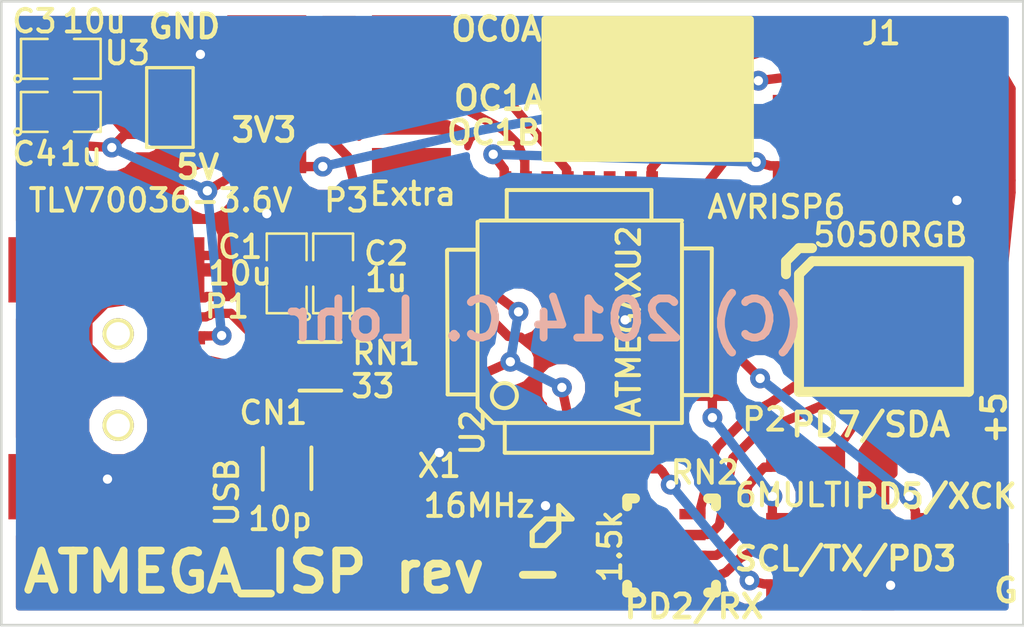
<source format=kicad_pcb>
(kicad_pcb (version 3) (host pcbnew "(2013-jul-07)-stable")

  (general
    (links 61)
    (no_connects 0)
    (area 31.964876 27.623516 71.678001 52.894484)
    (thickness 1.6)
    (drawings 27)
    (tracks 590)
    (zones 0)
    (modules 15)
    (nets 25)
  )

  (page User 139.7 139.7)
  (layers
    (15 F.Cu signal)
    (0 B.Cu signal)
    (16 B.Adhes user)
    (17 F.Adhes user)
    (18 B.Paste user)
    (19 F.Paste user)
    (20 B.SilkS user)
    (21 F.SilkS user)
    (22 B.Mask user)
    (23 F.Mask user)
    (24 Dwgs.User user)
    (25 Cmts.User user)
    (26 Eco1.User user)
    (27 Eco2.User user)
    (28 Edge.Cuts user)
  )

  (setup
    (last_trace_width 0.3556)
    (trace_clearance 0.254)
    (zone_clearance 0.508)
    (zone_45_only no)
    (trace_min 0.254)
    (segment_width 0.2)
    (edge_width 0.1)
    (via_size 0.762)
    (via_drill 0.3556)
    (via_min_size 0.762)
    (via_min_drill 0.3302)
    (uvia_size 0.508)
    (uvia_drill 0.127)
    (uvias_allowed no)
    (uvia_min_size 0.508)
    (uvia_min_drill 0.127)
    (pcb_text_width 0.1778)
    (pcb_text_size 0.889 0.889)
    (mod_edge_width 0.15)
    (mod_text_size 0.8636 0.8636)
    (mod_text_width 0.15)
    (pad_size 1.5 1.5)
    (pad_drill 0.6)
    (pad_to_mask_clearance 0)
    (aux_axis_origin 0 0)
    (visible_elements FFFFFFBF)
    (pcbplotparams
      (layerselection 284196865)
      (usegerberextensions true)
      (excludeedgelayer false)
      (linewidth 0.150000)
      (plotframeref false)
      (viasonmask false)
      (mode 1)
      (useauxorigin false)
      (hpglpennumber 1)
      (hpglpenspeed 20)
      (hpglpendiameter 15)
      (hpglpenoverlay 2)
      (psnegative false)
      (psa4output false)
      (plotreference true)
      (plotvalue true)
      (plotothertext true)
      (plotinvisibletext false)
      (padsonsilk false)
      (subtractmaskfromsilk false)
      (outputformat 1)
      (mirror false)
      (drillshape 0)
      (scaleselection 1)
      (outputdirectory plots))
  )

  (net 0 "")
  (net 1 +3.3V)
  (net 2 +5V)
  (net 3 /PB7/OC0A)
  (net 4 /PC5/OC1B)
  (net 5 /PC6/OC1A)
  (net 6 /PD2/RX)
  (net 7 /PD5/XCK)
  (net 8 /SCL/TX/PD3)
  (net 9 /SDA/PD7)
  (net 10 GND)
  (net 11 N-000001)
  (net 12 N-0000013)
  (net 13 N-0000014)
  (net 14 N-0000015)
  (net 15 N-0000016)
  (net 16 N-0000017)
  (net 17 N-0000018)
  (net 18 N-0000019)
  (net 19 N-0000020)
  (net 20 N-0000024)
  (net 21 N-0000029)
  (net 22 N-000003)
  (net 23 N-0000030)
  (net 24 N-000005)

  (net_class Default "This is the default net class."
    (clearance 0.254)
    (trace_width 0.3556)
    (via_dia 0.762)
    (via_drill 0.3556)
    (uvia_dia 0.508)
    (uvia_drill 0.127)
    (add_net "")
    (add_net +3.3V)
    (add_net +5V)
    (add_net /PB7/OC0A)
    (add_net /PC5/OC1B)
    (add_net /PC6/OC1A)
    (add_net /PD2/RX)
    (add_net /PD5/XCK)
    (add_net /SCL/TX/PD3)
    (add_net /SDA/PD7)
    (add_net GND)
    (add_net N-000001)
    (add_net N-0000013)
    (add_net N-0000014)
    (add_net N-0000015)
    (add_net N-0000016)
    (add_net N-0000017)
    (add_net N-0000018)
    (add_net N-0000019)
    (add_net N-0000020)
    (add_net N-0000024)
    (add_net N-0000029)
    (add_net N-000003)
    (add_net N-0000030)
    (add_net N-000005)
  )

  (module XTAL4P (layer F.Cu) (tedit 542076BB) (tstamp 542069B2)
    (at 45.9901 47.6107 90)
    (path /5420645C)
    (fp_text reference X1 (at 1.3827 3.2859 180) (layer F.SilkS)
      (effects (font (size 0.8636 0.8636) (thickness 0.15)))
    )
    (fp_text value 16MHz (at -0.1413 4.8099 180) (layer F.SilkS)
      (effects (font (size 0.8636 0.8636) (thickness 0.15)))
    )
    (pad 4 smd rect (at 0 0 90) (size 1.397 1.1938)
      (layers F.Cu F.Paste F.Mask)
      (net 10 GND)
    )
    (pad 1 smd rect (at 0 1.7018 90) (size 1.397 1.1938)
      (layers F.Cu F.Paste F.Mask)
      (net 22 N-000003)
    )
    (pad 3 smd rect (at 2.286 1.7018 90) (size 1.397 1.1938)
      (layers F.Cu F.Paste F.Mask)
      (net 10 GND)
    )
    (pad 2 smd rect (at 2.286 0 90) (size 1.397 1.1938)
      (layers F.Cu F.Paste F.Mask)
      (net 24 N-000005)
    )
  )

  (module SOT23-5 (layer F.Cu) (tedit 54207959) (tstamp 542069BF)
    (at 38.9649 32.512 270)
    (path /542066DA)
    (attr smd)
    (fp_text reference U3 (at -2.0828 1.6269 360) (layer F.SilkS)
      (effects (font (size 0.8636 0.8636) (thickness 0.15)))
    )
    (fp_text value TLV70036-3.6V (at 3.556 0.3569 360) (layer F.SilkS)
      (effects (font (size 0.8636 0.8636) (thickness 0.15)))
    )
    (fp_line (start 1.524 -0.889) (end 1.524 0.889) (layer F.SilkS) (width 0.127))
    (fp_line (start 1.524 0.889) (end -1.524 0.889) (layer F.SilkS) (width 0.127))
    (fp_line (start -1.524 0.889) (end -1.524 -0.889) (layer F.SilkS) (width 0.127))
    (fp_line (start -1.524 -0.889) (end 1.524 -0.889) (layer F.SilkS) (width 0.127))
    (pad 1 smd rect (at -0.9525 1.27 270) (size 0.508 0.762)
      (layers F.Cu F.Paste F.Mask)
      (net 2 +5V)
    )
    (pad 3 smd rect (at 0.9525 1.27 270) (size 0.508 0.762)
      (layers F.Cu F.Paste F.Mask)
      (net 2 +5V)
    )
    (pad 5 smd rect (at -0.9525 -1.27 270) (size 0.508 0.762)
      (layers F.Cu F.Paste F.Mask)
      (net 1 +3.3V)
    )
    (pad 2 smd rect (at 0 1.27 270) (size 0.508 0.762)
      (layers F.Cu F.Paste F.Mask)
      (net 10 GND)
    )
    (pad 4 smd rect (at 0.9525 -1.27 270) (size 0.508 0.762)
      (layers F.Cu F.Paste F.Mask)
    )
    (model smd/SOT23_5.wrl
      (at (xyz 0 0 0))
      (scale (xyz 0.1 0.1 0.1))
      (rotate (xyz 0 0 0))
    )
  )

  (module SM0805 (layer F.Cu) (tedit 542077A9) (tstamp 542069CC)
    (at 34.7899 30.6503)
    (path /54207539)
    (attr smd)
    (fp_text reference C3 (at -1.0079 -1.4403) (layer F.SilkS)
      (effects (font (size 0.8636 0.8636) (thickness 0.15)))
    )
    (fp_text value 10u (at 1.2781 -1.4403) (layer F.SilkS)
      (effects (font (size 0.8636 0.8636) (thickness 0.15)))
    )
    (fp_circle (center -1.651 0.762) (end -1.651 0.635) (layer F.SilkS) (width 0.09906))
    (fp_line (start -0.508 0.762) (end -1.524 0.762) (layer F.SilkS) (width 0.09906))
    (fp_line (start -1.524 0.762) (end -1.524 -0.762) (layer F.SilkS) (width 0.09906))
    (fp_line (start -1.524 -0.762) (end -0.508 -0.762) (layer F.SilkS) (width 0.09906))
    (fp_line (start 0.508 -0.762) (end 1.524 -0.762) (layer F.SilkS) (width 0.09906))
    (fp_line (start 1.524 -0.762) (end 1.524 0.762) (layer F.SilkS) (width 0.09906))
    (fp_line (start 1.524 0.762) (end 0.508 0.762) (layer F.SilkS) (width 0.09906))
    (pad 1 smd rect (at -0.9525 0) (size 0.889 1.397)
      (layers F.Cu F.Paste F.Mask)
      (net 2 +5V)
    )
    (pad 2 smd rect (at 0.9525 0) (size 0.889 1.397)
      (layers F.Cu F.Paste F.Mask)
      (net 10 GND)
    )
    (model smd/chip_cms.wrl
      (at (xyz 0 0 0))
      (scale (xyz 0.1 0.1 0.1))
      (rotate (xyz 0 0 0))
    )
  )

  (module SM0805 (layer F.Cu) (tedit 542077AD) (tstamp 542069D9)
    (at 34.7899 32.6823)
    (path /54207548)
    (attr smd)
    (fp_text reference C4 (at -1.0079 1.6077) (layer F.SilkS)
      (effects (font (size 0.8636 0.8636) (thickness 0.15)))
    )
    (fp_text value 1u (at 0.7701 1.6077) (layer F.SilkS)
      (effects (font (size 0.8636 0.8636) (thickness 0.15)))
    )
    (fp_circle (center -1.651 0.762) (end -1.651 0.635) (layer F.SilkS) (width 0.09906))
    (fp_line (start -0.508 0.762) (end -1.524 0.762) (layer F.SilkS) (width 0.09906))
    (fp_line (start -1.524 0.762) (end -1.524 -0.762) (layer F.SilkS) (width 0.09906))
    (fp_line (start -1.524 -0.762) (end -0.508 -0.762) (layer F.SilkS) (width 0.09906))
    (fp_line (start 0.508 -0.762) (end 1.524 -0.762) (layer F.SilkS) (width 0.09906))
    (fp_line (start 1.524 -0.762) (end 1.524 0.762) (layer F.SilkS) (width 0.09906))
    (fp_line (start 1.524 0.762) (end 0.508 0.762) (layer F.SilkS) (width 0.09906))
    (pad 1 smd rect (at -0.9525 0) (size 0.889 1.397)
      (layers F.Cu F.Paste F.Mask)
      (net 2 +5V)
    )
    (pad 2 smd rect (at 0.9525 0) (size 0.889 1.397)
      (layers F.Cu F.Paste F.Mask)
      (net 10 GND)
    )
    (model smd/chip_cms.wrl
      (at (xyz 0 0 0))
      (scale (xyz 0.1 0.1 0.1))
      (rotate (xyz 0 0 0))
    )
  )

  (module SM0805 (layer F.Cu) (tedit 542078B6) (tstamp 542069E6)
    (at 45.212 38.862 90)
    (path /54207555)
    (attr smd)
    (fp_text reference C2 (at 0.762 2.032 180) (layer F.SilkS)
      (effects (font (size 0.8636 0.8636) (thickness 0.15)))
    )
    (fp_text value 1u (at -0.254 2.032 180) (layer F.SilkS)
      (effects (font (size 0.8636 0.8636) (thickness 0.15)))
    )
    (fp_circle (center -1.651 0.762) (end -1.651 0.635) (layer F.SilkS) (width 0.09906))
    (fp_line (start -0.508 0.762) (end -1.524 0.762) (layer F.SilkS) (width 0.09906))
    (fp_line (start -1.524 0.762) (end -1.524 -0.762) (layer F.SilkS) (width 0.09906))
    (fp_line (start -1.524 -0.762) (end -0.508 -0.762) (layer F.SilkS) (width 0.09906))
    (fp_line (start 0.508 -0.762) (end 1.524 -0.762) (layer F.SilkS) (width 0.09906))
    (fp_line (start 1.524 -0.762) (end 1.524 0.762) (layer F.SilkS) (width 0.09906))
    (fp_line (start 1.524 0.762) (end 0.508 0.762) (layer F.SilkS) (width 0.09906))
    (pad 1 smd rect (at -0.9525 0 90) (size 0.889 1.397)
      (layers F.Cu F.Paste F.Mask)
      (net 1 +3.3V)
    )
    (pad 2 smd rect (at 0.9525 0 90) (size 0.889 1.397)
      (layers F.Cu F.Paste F.Mask)
      (net 10 GND)
    )
    (model smd/chip_cms.wrl
      (at (xyz 0 0 0))
      (scale (xyz 0.1 0.1 0.1))
      (rotate (xyz 0 0 0))
    )
  )

  (module SM0805 (layer F.Cu) (tedit 54207755) (tstamp 542069F3)
    (at 43.434 38.862 90)
    (path /5420755B)
    (attr smd)
    (fp_text reference C1 (at 1.016 -1.778 180) (layer F.SilkS)
      (effects (font (size 0.8636 0.8636) (thickness 0.15)))
    )
    (fp_text value 10u (at 0 -1.778 180) (layer F.SilkS)
      (effects (font (size 0.8636 0.8636) (thickness 0.15)))
    )
    (fp_circle (center -1.651 0.762) (end -1.651 0.635) (layer F.SilkS) (width 0.09906))
    (fp_line (start -0.508 0.762) (end -1.524 0.762) (layer F.SilkS) (width 0.09906))
    (fp_line (start -1.524 0.762) (end -1.524 -0.762) (layer F.SilkS) (width 0.09906))
    (fp_line (start -1.524 -0.762) (end -0.508 -0.762) (layer F.SilkS) (width 0.09906))
    (fp_line (start 0.508 -0.762) (end 1.524 -0.762) (layer F.SilkS) (width 0.09906))
    (fp_line (start 1.524 -0.762) (end 1.524 0.762) (layer F.SilkS) (width 0.09906))
    (fp_line (start 1.524 0.762) (end 0.508 0.762) (layer F.SilkS) (width 0.09906))
    (pad 1 smd rect (at -0.9525 0 90) (size 0.889 1.397)
      (layers F.Cu F.Paste F.Mask)
      (net 1 +3.3V)
    )
    (pad 2 smd rect (at 0.9525 0 90) (size 0.889 1.397)
      (layers F.Cu F.Paste F.Mask)
      (net 10 GND)
    )
    (model smd/chip_cms.wrl
      (at (xyz 0 0 0))
      (scale (xyz 0.1 0.1 0.1))
      (rotate (xyz 0 0 0))
    )
  )

  (module RIBBON6SMT (layer F.Cu) (tedit 5420798F) (tstamp 542069FD)
    (at 69.088 29.972 270)
    (path /54206692)
    (fp_text reference J1 (at -0.3048 2.8956 360) (layer F.SilkS)
      (effects (font (size 0.8636 0.8636) (thickness 0.15)))
    )
    (fp_text value AVRISP6 (at 6.35 6.9088 360) (layer F.SilkS)
      (effects (font (size 0.8636 0.8636) (thickness 0.15)))
    )
    (pad 2 smd rect (at 0 0 270) (size 0.9652 3.0226)
      (layers F.Cu F.Paste F.Mask)
      (net 2 +5V)
    )
    (pad 4 smd rect (at 2.54 0 270) (size 0.9652 3.0226)
      (layers F.Cu F.Paste F.Mask)
      (net 14 N-0000015)
    )
    (pad 6 smd rect (at 5.08 0 270) (size 0.9652 3.0226)
      (layers F.Cu F.Paste F.Mask)
      (net 10 GND)
    )
    (pad 1 smd rect (at 0 5.5372 270) (size 0.9652 3.0226)
      (layers F.Cu F.Paste F.Mask)
      (net 12 N-0000013)
    )
    (pad 3 smd rect (at 2.54 5.5372 270) (size 0.9652 3.0226)
      (layers F.Cu F.Paste F.Mask)
      (net 13 N-0000014)
    )
    (pad 5 smd rect (at 5.08 5.5372 270) (size 0.9652 3.0226)
      (layers F.Cu F.Paste F.Mask)
      (net 18 N-0000019)
    )
  )

  (module RIBBON6SMT (layer F.Cu) (tedit 54207A1E) (tstamp 54206A07)
    (at 68.834 45.974 270)
    (path /542066A1)
    (fp_text reference P2 (at -1.524 7.112 360) (layer F.SilkS)
      (effects (font (size 0.8636 0.8636) (thickness 0.15)))
    )
    (fp_text value 6MULTI (at 1.3716 5.9944 360) (layer F.SilkS)
      (effects (font (size 0.8636 0.8636) (thickness 0.15)))
    )
    (pad 2 smd rect (at 0 0 270) (size 0.9652 3.0226)
      (layers F.Cu F.Paste F.Mask)
      (net 2 +5V)
    )
    (pad 4 smd rect (at 2.54 0 270) (size 0.9652 3.0226)
      (layers F.Cu F.Paste F.Mask)
      (net 7 /PD5/XCK)
    )
    (pad 6 smd rect (at 5.08 0 270) (size 0.9652 3.0226)
      (layers F.Cu F.Paste F.Mask)
      (net 10 GND)
    )
    (pad 1 smd rect (at 0 5.5372 270) (size 0.9652 3.0226)
      (layers F.Cu F.Paste F.Mask)
      (net 9 /SDA/PD7)
    )
    (pad 3 smd rect (at 2.54 5.5372 270) (size 0.9652 3.0226)
      (layers F.Cu F.Paste F.Mask)
      (net 8 /SCL/TX/PD3)
    )
    (pad 5 smd rect (at 5.08 5.5372 270) (size 0.9652 3.0226)
      (layers F.Cu F.Paste F.Mask)
      (net 6 /PD2/RX)
    )
  )

  (module RIBBON6SMT (layer F.Cu) (tedit 5420779D) (tstamp 54206A11)
    (at 42.672 34.544 90)
    (path /54207BD4)
    (fp_text reference P3 (at -1.524 3.048 180) (layer F.SilkS)
      (effects (font (size 0.8636 0.8636) (thickness 0.15)))
    )
    (fp_text value Extra (at -1.27 5.588 180) (layer F.SilkS)
      (effects (font (size 0.8636 0.8636) (thickness 0.15)))
    )
    (pad 2 smd rect (at 0 0 90) (size 0.9652 3.0226)
      (layers F.Cu F.Paste F.Mask)
      (net 2 +5V)
    )
    (pad 4 smd rect (at 2.54 0 90) (size 0.9652 3.0226)
      (layers F.Cu F.Paste F.Mask)
      (net 1 +3.3V)
    )
    (pad 6 smd rect (at 5.08 0 90) (size 0.9652 3.0226)
      (layers F.Cu F.Paste F.Mask)
      (net 10 GND)
    )
    (pad 1 smd rect (at 0 5.5372 90) (size 0.9652 3.0226)
      (layers F.Cu F.Paste F.Mask)
      (net 4 /PC5/OC1B)
    )
    (pad 3 smd rect (at 2.54 5.5372 90) (size 0.9652 3.0226)
      (layers F.Cu F.Paste F.Mask)
      (net 5 /PC6/OC1A)
    )
    (pad 5 smd rect (at 5.08 5.5372 90) (size 0.9652 3.0226)
      (layers F.Cu F.Paste F.Mask)
      (net 3 /PB7/OC0A)
    )
  )

  (module NETWORK1206 (layer F.Cu) (tedit 54207780) (tstamp 54206A54)
    (at 58.166 49.276 90)
    (path /54206AB2)
    (fp_text reference RN2 (at 2.794 1.27 180) (layer F.SilkS)
      (effects (font (size 0.8636 0.8636) (thickness 0.15)))
    )
    (fp_text value 1.5k (at -0.033 -2.356 90) (layer F.SilkS)
      (effects (font (size 0.8636 0.8636) (thickness 0.15)))
    )
    (fp_line (start 1.8 1.4) (end 1.8 1.7) (layer F.SilkS) (width 0.381))
    (fp_line (start 1.8 1.7) (end 1.5 1.7) (layer F.SilkS) (width 0.381))
    (fp_line (start -1.8 -1.4) (end -1.8 -1.7) (layer F.SilkS) (width 0.381))
    (fp_line (start -1.8 -1.7) (end -1.5 -1.7) (layer F.SilkS) (width 0.381))
    (fp_line (start 1.5 -1.7) (end 1.8 -1.7) (layer F.SilkS) (width 0.381))
    (fp_line (start 1.8 -1.7) (end 1.8 -1.4) (layer F.SilkS) (width 0.381))
    (fp_line (start -1.8 1.4) (end -1.8 1.7) (layer F.SilkS) (width 0.381))
    (fp_line (start -1.8 1.7) (end -1.5 1.7) (layer F.SilkS) (width 0.381))
    (pad 1 smd rect (at -1.2 0.8 90) (size 0.4 1)
      (layers F.Cu F.Paste F.Mask)
      (net 8 /SCL/TX/PD3)
    )
    (pad 2 smd rect (at -0.4 0.8 90) (size 0.4 1)
      (layers F.Cu F.Paste F.Mask)
      (net 9 /SDA/PD7)
    )
    (pad 3 smd rect (at 0.4 0.8 90) (size 0.4 1)
      (layers F.Cu F.Paste F.Mask)
      (net 16 N-0000017)
    )
    (pad 4 smd rect (at 1.2 0.8 90) (size 0.4 1)
      (layers F.Cu F.Paste F.Mask)
      (net 15 N-0000016)
    )
    (pad 5 smd rect (at 1.2 -0.8 90) (size 0.4 1)
      (layers F.Cu F.Paste F.Mask)
      (net 17 N-0000018)
    )
    (pad 6 smd rect (at 0.4 -0.8 90) (size 0.4 1)
      (layers F.Cu F.Paste F.Mask)
      (net 11 N-000001)
    )
    (pad 7 smd rect (at -0.4 -0.8 90) (size 0.4 1)
      (layers F.Cu F.Paste F.Mask)
      (net 1 +3.3V)
    )
    (pad 8 smd rect (at -1.2 -0.8 90) (size 0.4 1)
      (layers F.Cu F.Paste F.Mask)
      (net 1 +3.3V)
    )
  )

  (module NETWORK0606 (layer F.Cu) (tedit 542076CC) (tstamp 54206A5E)
    (at 44.704 42.418)
    (path /542060ED)
    (fp_text reference RN1 (at 2.54 -0.508) (layer F.SilkS)
      (effects (font (size 0.8636 0.8636) (thickness 0.15)))
    )
    (fp_text value 33 (at 2.032 0.762) (layer F.SilkS)
      (effects (font (size 0.8636 0.8636) (thickness 0.15)))
    )
    (fp_line (start 0.8 -0.93) (end -0.8 -0.93) (layer F.SilkS) (width 0.15))
    (fp_line (start -0.78 0.93) (end 0.82 0.93) (layer F.SilkS) (width 0.15))
    (pad 1 smd rect (at -0.8 -0.5) (size 0.7 0.6)
      (layers F.Cu F.Paste F.Mask)
      (net 21 N-0000029)
    )
    (pad 2 smd rect (at 0.8 -0.5) (size 0.7 0.6)
      (layers F.Cu F.Paste F.Mask)
      (net 19 N-0000020)
    )
    (pad 3 smd rect (at -0.8 0.5) (size 0.7 0.6)
      (layers F.Cu F.Paste F.Mask)
      (net 23 N-0000030)
    )
    (pad 4 smd rect (at 0.8 0.5) (size 0.7 0.6)
      (layers F.Cu F.Paste F.Mask)
      (net 20 N-0000024)
    )
  )

  (module NETWORK0606 (layer F.Cu) (tedit 5420780C) (tstamp 54206A68)
    (at 43.4501 46.3407 90)
    (path /54206501)
    (fp_text reference CN1 (at 2.1447 -0.5241 180) (layer F.SilkS)
      (effects (font (size 0.8636 0.8636) (thickness 0.15)))
    )
    (fp_text value 10p (at -1.9193 -0.2701 180) (layer F.SilkS)
      (effects (font (size 0.8636 0.8636) (thickness 0.15)))
    )
    (fp_line (start 0.8 -0.93) (end -0.8 -0.93) (layer F.SilkS) (width 0.15))
    (fp_line (start -0.78 0.93) (end 0.82 0.93) (layer F.SilkS) (width 0.15))
    (pad 1 smd rect (at -0.8 -0.5 90) (size 0.7 0.6)
      (layers F.Cu F.Paste F.Mask)
      (net 22 N-000003)
    )
    (pad 2 smd rect (at 0.8 -0.5 90) (size 0.7 0.6)
      (layers F.Cu F.Paste F.Mask)
      (net 10 GND)
    )
    (pad 3 smd rect (at -0.8 0.5 90) (size 0.7 0.6)
      (layers F.Cu F.Paste F.Mask)
      (net 10 GND)
    )
    (pad 4 smd rect (at 0.8 0.5 90) (size 0.7 0.6)
      (layers F.Cu F.Paste F.Mask)
      (net 24 N-000005)
    )
  )

  (module 5050RGB (layer F.Cu) (tedit 534DF8D2) (tstamp 54206A7A)
    (at 66.294 40.894)
    (path /54206AE5)
    (fp_text reference D1 (at 0 3.50012) (layer F.SilkS) hide
      (effects (font (size 0.8636 0.8636) (thickness 0.15)))
    )
    (fp_text value 5050RGB (at 0.24892 -3.50012) (layer F.SilkS)
      (effects (font (size 0.8636 0.8636) (thickness 0.15)))
    )
    (fp_line (start -3.74904 -1.99898) (end -3.74904 -2.49936) (layer F.SilkS) (width 0.381))
    (fp_line (start -3.74904 -2.49936) (end -3.2512 -2.99974) (layer F.SilkS) (width 0.381))
    (fp_line (start -3.2512 -2.99974) (end -2.75082 -2.99974) (layer F.SilkS) (width 0.381))
    (fp_line (start -3.2512 -1.99898) (end -2.75082 -2.49936) (layer F.SilkS) (width 0.381))
    (fp_line (start -2.75082 -2.49936) (end 3.2512 -2.49936) (layer F.SilkS) (width 0.381))
    (fp_line (start 3.2512 -2.49936) (end 3.2512 2.49936) (layer F.SilkS) (width 0.381))
    (fp_line (start 3.2512 2.49936) (end -3.2512 2.49936) (layer F.SilkS) (width 0.381))
    (fp_line (start -3.2512 2.49936) (end -3.2512 -1.99898) (layer F.SilkS) (width 0.381))
    (pad 1 smd rect (at -2.19964 -1.6002) (size 1.09982 0.89916)
      (layers F.Cu F.Paste F.Mask)
    )
    (pad 2 smd rect (at -2.19964 0) (size 1.09982 0.89916)
      (layers F.Cu F.Paste F.Mask)
      (net 16 N-0000017)
    )
    (pad 3 smd rect (at -2.19964 1.6002) (size 1.09982 0.89916)
      (layers F.Cu F.Paste F.Mask)
      (net 15 N-0000016)
    )
    (pad 4 smd rect (at 2.19964 1.6002) (size 1.09982 0.89916)
      (layers F.Cu F.Paste F.Mask)
      (net 10 GND)
    )
    (pad 5 smd rect (at 2.19964 0) (size 1.09982 0.89916)
      (layers F.Cu F.Paste F.Mask)
      (net 10 GND)
    )
    (pad 6 smd rect (at 2.19964 -1.6002) (size 1.09982 0.89916)
      (layers F.Cu F.Paste F.Mask)
      (net 10 GND)
    )
  )

  (module USB-MiniBBig (layer F.Cu) (tedit 54207814) (tstamp 54206A99)
    (at 37.084 42.926 270)
    (path /54206128)
    (fp_text reference P1 (at -2.794 -4.064 360) (layer F.SilkS)
      (effects (font (size 0.8636 0.8636) (thickness 0.15)))
    )
    (fp_text value USB (at 4.318 -4.064 270) (layer F.SilkS)
      (effects (font (size 0.8636 0.8636) (thickness 0.15)))
    )
    (fp_text user H2959CT-ND (at 0.29972 0.55118 270) (layer F.SilkS) hide
      (effects (font (size 0.8636 0.8636) (thickness 0.15)))
    )
    (pad 9 smd rect (at 4.09956 3.2004 270) (size 2.49936 2.19964)
      (layers F.Cu F.Paste F.Mask)
    )
    (pad 8 smd rect (at -4.20116 3.2004 270) (size 2.49936 2.19964)
      (layers F.Cu F.Paste F.Mask)
    )
    (pad 7 smd rect (at 4.2037 -2.10058 270) (size 2.49936 2.19964)
      (layers F.Cu F.Paste F.Mask)
      (net 10 GND)
    )
    (pad 4 smd rect (at 0.80264 -2.60096 270) (size 0.50038 1.24968)
      (layers F.Cu F.Paste F.Mask)
    )
    (pad 3 smd rect (at 0.00254 -2.60096 270) (size 0.50038 1.24968)
      (layers F.Cu F.Paste F.Mask)
      (net 21 N-0000029)
    )
    (pad 5 smd rect (at 1.60274 -2.60096 270) (size 0.50038 1.24968)
      (layers F.Cu F.Paste F.Mask)
      (net 10 GND)
    )
    (pad 2 smd rect (at -0.79756 -2.60096 270) (size 0.50038 1.24968)
      (layers F.Cu F.Paste F.Mask)
      (net 23 N-0000030)
    )
    (pad 1 smd rect (at -1.59766 -2.60096 270) (size 0.50038 1.24968)
      (layers F.Cu F.Paste F.Mask)
      (net 2 +5V)
    )
    (pad 6 smd rect (at -4.19862 -2.10058 270) (size 2.49936 2.19964)
      (layers F.Cu F.Paste F.Mask)
      (net 10 GND)
    )
    (pad "" thru_hole circle (at -1.75006 0.09906 270) (size 1.19888 1.19888) (drill 0.89916)
      (layers *.Cu *.Mask F.SilkS)
    )
    (pad "" thru_hole circle (at 1.75006 0.09906 270) (size 1.19888 1.19888) (drill 0.89916)
      (layers *.Cu *.Mask F.SilkS)
    )
  )

  (module TQFP32 (layer F.Cu) (tedit 542076BE) (tstamp 54206A40)
    (at 54.6261 40.6995 90)
    (path /542060B8)
    (fp_text reference U2 (at -4.2585 -4.0801 90) (layer F.SilkS)
      (effects (font (size 0.8636 0.8636) (thickness 0.15)))
    )
    (fp_text value ATMEGAXU2 (at 0 1.905 90) (layer F.SilkS)
      (effects (font (size 0.8636 0.8636) (thickness 0.15)))
    )
    (fp_line (start 5.0292 2.7686) (end 3.8862 2.7686) (layer F.SilkS) (width 0.1524))
    (fp_line (start 5.0292 -2.7686) (end 3.9116 -2.7686) (layer F.SilkS) (width 0.1524))
    (fp_line (start 5.0292 2.7686) (end 5.0292 -2.7686) (layer F.SilkS) (width 0.1524))
    (fp_line (start 2.794 3.9624) (end 2.794 5.0546) (layer F.SilkS) (width 0.1524))
    (fp_line (start -2.8194 3.9878) (end -2.8194 5.0546) (layer F.SilkS) (width 0.1524))
    (fp_line (start -2.8448 5.0546) (end 2.794 5.08) (layer F.SilkS) (width 0.1524))
    (fp_line (start -2.794 -5.0292) (end 2.7178 -5.0546) (layer F.SilkS) (width 0.1524))
    (fp_line (start -3.8862 -3.2766) (end -3.8862 3.9116) (layer F.SilkS) (width 0.1524))
    (fp_line (start 2.7432 -5.0292) (end 2.7432 -3.9878) (layer F.SilkS) (width 0.1524))
    (fp_line (start -3.2512 -3.8862) (end 3.81 -3.8862) (layer F.SilkS) (width 0.1524))
    (fp_line (start 3.8608 3.937) (end 3.8608 -3.7846) (layer F.SilkS) (width 0.1524))
    (fp_line (start -3.8862 3.937) (end 3.7338 3.937) (layer F.SilkS) (width 0.1524))
    (fp_line (start -5.0292 -2.8448) (end -5.0292 2.794) (layer F.SilkS) (width 0.1524))
    (fp_line (start -5.0292 2.794) (end -3.8862 2.794) (layer F.SilkS) (width 0.1524))
    (fp_line (start -3.87604 -3.302) (end -3.29184 -3.8862) (layer F.SilkS) (width 0.1524))
    (fp_line (start -5.02412 -2.8448) (end -3.87604 -2.8448) (layer F.SilkS) (width 0.1524))
    (fp_line (start -2.794 -3.8862) (end -2.794 -5.03428) (layer F.SilkS) (width 0.1524))
    (fp_circle (center -2.83972 -2.86004) (end -2.43332 -2.60604) (layer F.SilkS) (width 0.1524))
    (pad 8 smd rect (at -4.81584 2.77622 90) (size 1.99898 0.44958)
      (layers F.Cu F.Paste F.Mask)
      (net 6 /PD2/RX)
    )
    (pad 7 smd rect (at -4.81584 1.97612 90) (size 1.99898 0.44958)
      (layers F.Cu F.Paste F.Mask)
      (net 17 N-0000018)
    )
    (pad 6 smd rect (at -4.81584 1.17602 90) (size 1.99898 0.44958)
      (layers F.Cu F.Paste F.Mask)
      (net 11 N-000001)
    )
    (pad 5 smd rect (at -4.81584 0.37592 90) (size 1.99898 0.44958)
      (layers F.Cu F.Paste F.Mask)
    )
    (pad 4 smd rect (at -4.81584 -0.42418 90) (size 1.99898 0.44958)
      (layers F.Cu F.Paste F.Mask)
      (net 1 +3.3V)
    )
    (pad 3 smd rect (at -4.81584 -1.22428 90) (size 1.99898 0.44958)
      (layers F.Cu F.Paste F.Mask)
      (net 10 GND)
    )
    (pad 2 smd rect (at -4.81584 -2.02438 90) (size 1.99898 0.44958)
      (layers F.Cu F.Paste F.Mask)
      (net 22 N-000003)
    )
    (pad 1 smd rect (at -4.81584 -2.82448 90) (size 1.99898 0.44958)
      (layers F.Cu F.Paste F.Mask)
      (net 24 N-000005)
    )
    (pad 24 smd rect (at 4.7498 -2.8194 90) (size 1.99898 0.44958)
      (layers F.Cu F.Paste F.Mask)
      (net 18 N-0000019)
    )
    (pad 17 smd rect (at 4.7498 2.794 90) (size 1.99898 0.44958)
      (layers F.Cu F.Paste F.Mask)
      (net 12 N-0000013)
    )
    (pad 18 smd rect (at 4.7498 1.9812 90) (size 1.99898 0.44958)
      (layers F.Cu F.Paste F.Mask)
    )
    (pad 19 smd rect (at 4.7498 1.1684 90) (size 1.99898 0.44958)
      (layers F.Cu F.Paste F.Mask)
    )
    (pad 20 smd rect (at 4.7498 0.381 90) (size 1.99898 0.44958)
      (layers F.Cu F.Paste F.Mask)
    )
    (pad 21 smd rect (at 4.7498 -0.4318 90) (size 1.99898 0.44958)
      (layers F.Cu F.Paste F.Mask)
      (net 3 /PB7/OC0A)
    )
    (pad 22 smd rect (at 4.7498 -1.2192 90) (size 1.99898 0.44958)
      (layers F.Cu F.Paste F.Mask)
    )
    (pad 23 smd rect (at 4.7498 -2.032 90) (size 1.99898 0.44958)
      (layers F.Cu F.Paste F.Mask)
      (net 5 /PC6/OC1A)
    )
    (pad 32 smd rect (at -2.82448 -4.826 90) (size 0.44958 1.99898)
      (layers F.Cu F.Paste F.Mask)
      (net 1 +3.3V)
    )
    (pad 31 smd rect (at -2.02692 -4.826 90) (size 0.44958 1.99898)
      (layers F.Cu F.Paste F.Mask)
      (net 1 +3.3V)
    )
    (pad 30 smd rect (at -1.22428 -4.826 90) (size 0.44958 1.99898)
      (layers F.Cu F.Paste F.Mask)
      (net 20 N-0000024)
    )
    (pad 29 smd rect (at -0.42672 -4.826 90) (size 0.44958 1.99898)
      (layers F.Cu F.Paste F.Mask)
      (net 19 N-0000020)
    )
    (pad 28 smd rect (at 0.37592 -4.826 90) (size 0.44958 1.99898)
      (layers F.Cu F.Paste F.Mask)
      (net 10 GND)
    )
    (pad 27 smd rect (at 1.17348 -4.826 90) (size 0.44958 1.99898)
      (layers F.Cu F.Paste F.Mask)
      (net 1 +3.3V)
    )
    (pad 26 smd rect (at 1.97612 -4.826 90) (size 0.44958 1.99898)
      (layers F.Cu F.Paste F.Mask)
    )
    (pad 25 smd rect (at 2.77368 -4.826 90) (size 0.44958 1.99898)
      (layers F.Cu F.Paste F.Mask)
      (net 4 /PC5/OC1B)
    )
    (pad 9 smd rect (at -2.8194 4.7752 90) (size 0.44958 1.99898)
      (layers F.Cu F.Paste F.Mask)
      (net 8 /SCL/TX/PD3)
    )
    (pad 10 smd rect (at -2.032 4.7752 90) (size 0.44958 1.99898)
      (layers F.Cu F.Paste F.Mask)
    )
    (pad 11 smd rect (at -1.2192 4.7752 90) (size 0.44958 1.99898)
      (layers F.Cu F.Paste F.Mask)
      (net 7 /PD5/XCK)
    )
    (pad 12 smd rect (at -0.4318 4.7752 90) (size 0.44958 1.99898)
      (layers F.Cu F.Paste F.Mask)
    )
    (pad 13 smd rect (at 0.3556 4.7752 90) (size 0.44958 1.99898)
      (layers F.Cu F.Paste F.Mask)
      (net 9 /SDA/PD7)
    )
    (pad 14 smd rect (at 1.1684 4.7752 90) (size 0.44958 1.99898)
      (layers F.Cu F.Paste F.Mask)
      (net 10 GND)
    )
    (pad 15 smd rect (at 1.9812 4.7752 90) (size 0.44958 1.99898)
      (layers F.Cu F.Paste F.Mask)
      (net 13 N-0000014)
    )
    (pad 16 smd rect (at 2.794 4.7752 90) (size 0.44958 1.99898)
      (layers F.Cu F.Paste F.Mask)
      (net 14 N-0000015)
    )
    (model smd/tqfp32.wrl
      (at (xyz 0 0 0))
      (scale (xyz 1 1 1))
      (rotate (xyz 0 0 0))
    )
  )

  (gr_text G (at 70.9676 51.0032) (layer F.SilkS)
    (effects (font (size 0.889 0.889) (thickness 0.1778)))
  )
  (gr_text +5 (at 70.5104 44.3992 90) (layer F.SilkS)
    (effects (font (size 0.889 0.889) (thickness 0.1778)))
  )
  (gr_text PD7/SDA (at 65.786 44.6532) (layer F.SilkS)
    (effects (font (size 0.889 0.889) (thickness 0.1778)))
  )
  (gr_text PD2/RX (at 59.0296 51.6128) (layer F.SilkS)
    (effects (font (size 0.889 0.889) (thickness 0.1778)))
  )
  (gr_text PD5/XCK (at 68.2752 47.3964) (layer F.SilkS)
    (effects (font (size 0.889 0.889) (thickness 0.1778)))
  )
  (gr_text SCL/TX/PD3 (at 64.8208 49.784) (layer F.SilkS)
    (effects (font (size 0.889 0.889) (thickness 0.1778)))
  )
  (gr_text OC1B (at 51.3588 33.4772) (layer F.SilkS)
    (effects (font (size 0.889 0.889) (thickness 0.1778)))
  )
  (gr_text OC1A (at 51.562 32.1564) (layer F.SilkS)
    (effects (font (size 0.889 0.889) (thickness 0.1778)))
  )
  (gr_text OC0A (at 51.4604 29.5148) (layer F.SilkS)
    (effects (font (size 0.889 0.889) (thickness 0.1778)))
  )
  (gr_text 5V (at 40.0304 34.798) (layer F.SilkS)
    (effects (font (size 0.889 0.889) (thickness 0.1778)))
  )
  (gr_text 3V3 (at 42.5704 33.3756) (layer F.SilkS)
    (effects (font (size 0.889 0.889) (thickness 0.1778)))
  )
  (gr_text GND (at 39.5224 29.4132) (layer F.SilkS)
    (effects (font (size 0.889 0.889) (thickness 0.1778)))
  )
  (gr_line (start 54.356 48.26) (end 53.848 48.26) (angle 90) (layer F.SilkS) (width 0.2))
  (gr_line (start 53.848 47.752) (end 54.356 48.26) (angle 90) (layer F.SilkS) (width 0.2))
  (gr_line (start 53.848 48.26) (end 53.848 47.752) (angle 90) (layer F.SilkS) (width 0.2))
  (gr_line (start 53.34 49.276) (end 52.832 49.276) (angle 90) (layer F.SilkS) (width 0.2))
  (gr_line (start 53.848 48.768) (end 53.34 49.276) (angle 90) (layer F.SilkS) (width 0.2))
  (gr_line (start 53.848 48.26) (end 53.848 48.768) (angle 90) (layer F.SilkS) (width 0.2))
  (gr_line (start 53.34 48.26) (end 53.848 48.26) (angle 90) (layer F.SilkS) (width 0.2))
  (gr_line (start 52.832 48.768) (end 53.34 48.26) (angle 90) (layer F.SilkS) (width 0.2))
  (gr_line (start 52.832 49.276) (end 52.832 48.768) (angle 90) (layer F.SilkS) (width 0.2))
  (gr_text "(C) 2014 C. Lohr" (at 53.34 40.64) (layer B.SilkS)
    (effects (font (size 1.5 1.5) (thickness 0.3)) (justify mirror))
  )
  (gr_text "ATMEGA_ISP rev -" (at 43.688 50.292) (layer F.SilkS)
    (effects (font (size 1.5 1.5) (thickness 0.3)))
  )
  (gr_line (start 32.512 52.324) (end 32.512 28.448) (angle 90) (layer Edge.Cuts) (width 0.1))
  (gr_line (start 71.628 52.324) (end 32.512 52.324) (angle 90) (layer Edge.Cuts) (width 0.1))
  (gr_line (start 71.628 28.448) (end 71.628 52.324) (angle 90) (layer Edge.Cuts) (width 0.1))
  (gr_line (start 32.512 28.448) (end 71.628 28.448) (angle 90) (layer Edge.Cuts) (width 0.1))

  (via (at 51.9951 42.2434) (size 0.762) (layers F.Cu B.Cu) (net 1))
  (via (at 53.967 43.2263) (size 0.762) (layers F.Cu B.Cu) (net 1))
  (via (at 52.308 40.3331) (size 0.762) (layers F.Cu B.Cu) (net 1))
  (segment (start 51.9951 42.2434) (end 52.308 40.3331) (width 0.3556) (layer B.Cu) (net 1))
  (segment (start 53.967 43.2263) (end 51.9951 42.2434) (width 0.3556) (layer B.Cu) (net 1))
  (segment (start 44.0055 32.3088) (end 42.672 32.004) (width 0.3556) (layer F.Cu) (net 1))
  (segment (start 44.0055 32.4866) (end 44.0055 32.3088) (width 0.3556) (layer F.Cu) (net 1))
  (segment (start 44.0055 32.5602) (end 44.0055 32.4866) (width 0.3556) (layer F.Cu) (net 1))
  (segment (start 45.7583 34.3846) (end 44.0055 32.5602) (width 0.3556) (layer F.Cu) (net 1))
  (segment (start 46.4694 37.2335) (end 45.7583 34.3846) (width 0.3556) (layer F.Cu) (net 1))
  (segment (start 46.7547 38.7984) (end 46.4694 37.2335) (width 0.3556) (layer F.Cu) (net 1))
  (segment (start 54.155 44.1107) (end 53.967 43.2263) (width 0.3556) (layer F.Cu) (net 1))
  (segment (start 54.155 44.5158) (end 54.155 44.1107) (width 0.3556) (layer F.Cu) (net 1))
  (segment (start 54.155 44.6936) (end 54.155 44.5158) (width 0.3556) (layer F.Cu) (net 1))
  (segment (start 54.2019 45.5153) (end 54.155 44.6936) (width 0.3556) (layer F.Cu) (net 1))
  (segment (start 45.7327 39.5478) (end 45.212 39.8145) (width 0.3556) (layer F.Cu) (net 1))
  (segment (start 45.9105 39.5478) (end 45.7327 39.5478) (width 0.3556) (layer F.Cu) (net 1))
  (segment (start 45.9841 39.5478) (end 45.9105 39.5478) (width 0.3556) (layer F.Cu) (net 1))
  (segment (start 46.7547 38.7984) (end 45.9841 39.5478) (width 0.3556) (layer F.Cu) (net 1))
  (segment (start 57.366 49.6982) (end 57.366 49.676) (width 0.3556) (layer F.Cu) (net 1))
  (segment (start 57.366 49.876) (end 57.366 49.6982) (width 0.3556) (layer F.Cu) (net 1))
  (segment (start 57.366 50.276) (end 57.366 49.876) (width 0.3556) (layer F.Cu) (net 1))
  (segment (start 57.366 50.4538) (end 57.366 50.276) (width 0.3556) (layer F.Cu) (net 1))
  (segment (start 57.366 50.476) (end 57.366 50.4538) (width 0.3556) (layer F.Cu) (net 1))
  (segment (start 50.6218 39.5729) (end 49.8001 39.526) (width 0.3556) (layer F.Cu) (net 1))
  (segment (start 50.7996 39.5729) (end 50.6218 39.5729) (width 0.3556) (layer F.Cu) (net 1))
  (segment (start 51.2037 39.5729) (end 50.7996 39.5729) (width 0.3556) (layer F.Cu) (net 1))
  (segment (start 51.3286 39.6058) (end 51.2037 39.5729) (width 0.3556) (layer F.Cu) (net 1))
  (segment (start 51.3417 39.6112) (end 51.3286 39.6058) (width 0.3556) (layer F.Cu) (net 1))
  (segment (start 52.308 40.3331) (end 51.3417 39.6112) (width 0.3556) (layer F.Cu) (net 1))
  (segment (start 40.4381 31.6357) (end 40.2349 31.5595) (width 0.3556) (layer F.Cu) (net 1))
  (segment (start 40.6159 31.6357) (end 40.4381 31.6357) (width 0.3556) (layer F.Cu) (net 1))
  (segment (start 40.6895 31.6357) (end 40.6159 31.6357) (width 0.3556) (layer F.Cu) (net 1))
  (segment (start 41.0871 31.6992) (end 40.6895 31.6357) (width 0.3556) (layer F.Cu) (net 1))
  (segment (start 41.1607 31.6992) (end 41.0871 31.6992) (width 0.3556) (layer F.Cu) (net 1))
  (segment (start 41.3385 31.6992) (end 41.1607 31.6992) (width 0.3556) (layer F.Cu) (net 1))
  (segment (start 42.672 32.004) (end 41.3385 31.6992) (width 0.3556) (layer F.Cu) (net 1))
  (segment (start 43.9547 39.8145) (end 43.434 39.8145) (width 0.3556) (layer F.Cu) (net 1))
  (segment (start 44.1325 39.8145) (end 43.9547 39.8145) (width 0.3556) (layer F.Cu) (net 1))
  (segment (start 44.5135 39.8145) (end 44.1325 39.8145) (width 0.3556) (layer F.Cu) (net 1))
  (segment (start 44.6913 39.8145) (end 44.5135 39.8145) (width 0.3556) (layer F.Cu) (net 1))
  (segment (start 45.212 39.8145) (end 44.6913 39.8145) (width 0.3556) (layer F.Cu) (net 1))
  (segment (start 48.7269 39.4791) (end 46.7547 38.7984) (width 0.3556) (layer F.Cu) (net 1))
  (segment (start 48.8006 39.4791) (end 48.7269 39.4791) (width 0.3556) (layer F.Cu) (net 1))
  (segment (start 48.9784 39.4791) (end 48.8006 39.4791) (width 0.3556) (layer F.Cu) (net 1))
  (segment (start 49.8001 39.526) (end 48.9784 39.4791) (width 0.3556) (layer F.Cu) (net 1))
  (segment (start 54.2488 46.337) (end 54.2019 45.5153) (width 0.3556) (layer F.Cu) (net 1))
  (segment (start 54.2488 46.5148) (end 54.2488 46.337) (width 0.3556) (layer F.Cu) (net 1))
  (segment (start 54.2488 46.7443) (end 54.2488 46.5148) (width 0.3556) (layer F.Cu) (net 1))
  (segment (start 55.5758 48.8181) (end 54.2488 46.7443) (width 0.3556) (layer F.Cu) (net 1))
  (segment (start 56.3239 49.5662) (end 55.5758 48.8181) (width 0.3556) (layer F.Cu) (net 1))
  (segment (start 56.4688 49.6349) (end 56.3239 49.5662) (width 0.3556) (layer F.Cu) (net 1))
  (segment (start 56.7924 49.6538) (end 56.4688 49.6349) (width 0.3556) (layer F.Cu) (net 1))
  (segment (start 56.866 49.6538) (end 56.7924 49.6538) (width 0.3556) (layer F.Cu) (net 1))
  (segment (start 57.0438 49.6538) (end 56.866 49.6538) (width 0.3556) (layer F.Cu) (net 1))
  (segment (start 57.366 49.676) (end 57.0438 49.6538) (width 0.3556) (layer F.Cu) (net 1))
  (segment (start 50.6218 42.6795) (end 49.8001 42.7264) (width 0.3556) (layer F.Cu) (net 1))
  (segment (start 50.7996 42.6795) (end 50.6218 42.6795) (width 0.3556) (layer F.Cu) (net 1))
  (segment (start 51.0195 42.6795) (end 50.7996 42.6795) (width 0.3556) (layer F.Cu) (net 1))
  (segment (start 51.9951 42.2434) (end 51.0195 42.6795) (width 0.3556) (layer F.Cu) (net 1))
  (segment (start 49.8001 42.7734) (end 49.8001 42.7264) (width 0.3556) (layer F.Cu) (net 1))
  (segment (start 49.8001 42.9512) (end 49.8001 42.7734) (width 0.3556) (layer F.Cu) (net 1))
  (segment (start 49.8001 43.2992) (end 49.8001 42.9512) (width 0.3556) (layer F.Cu) (net 1))
  (segment (start 49.8001 43.477) (end 49.8001 43.2992) (width 0.3556) (layer F.Cu) (net 1))
  (segment (start 49.8001 43.524) (end 49.8001 43.477) (width 0.3556) (layer F.Cu) (net 1))
  (via (at 40.398 35.7009) (size 0.762) (layers F.Cu B.Cu) (net 2))
  (via (at 44.8184 34.7739) (size 0.762) (layers F.Cu B.Cu) (net 2))
  (via (at 61.4875 31.4876) (size 0.762) (layers F.Cu B.Cu) (net 2))
  (via (at 40.945 41.2395) (size 0.762) (layers F.Cu B.Cu) (net 2))
  (via (at 36.741 34.0449) (size 0.762) (layers F.Cu B.Cu) (net 2))
  (segment (start 40.398 35.7009) (end 36.741 34.0449) (width 0.3556) (layer B.Cu) (net 2))
  (segment (start 40.945 41.2395) (end 40.398 35.7009) (width 0.3556) (layer B.Cu) (net 2))
  (segment (start 50.9507 33.3643) (end 44.8184 34.7739) (width 0.3556) (layer B.Cu) (net 2))
  (segment (start 61.4875 31.4876) (end 50.9507 33.3643) (width 0.3556) (layer B.Cu) (net 2))
  (segment (start 37.1361 33.6449) (end 36.741 34.0449) (width 0.3556) (layer F.Cu) (net 2))
  (segment (start 37.2403 33.5407) (end 37.1361 33.6449) (width 0.3556) (layer F.Cu) (net 2))
  (segment (start 37.3139 33.5407) (end 37.2403 33.5407) (width 0.3556) (layer F.Cu) (net 2))
  (segment (start 37.4917 33.5407) (end 37.3139 33.5407) (width 0.3556) (layer F.Cu) (net 2))
  (segment (start 37.6949 33.4645) (end 37.4917 33.5407) (width 0.3556) (layer F.Cu) (net 2))
  (segment (start 37.4917 31.6357) (end 37.6949 31.5595) (width 0.3556) (layer F.Cu) (net 2))
  (segment (start 37.3139 31.6357) (end 37.4917 31.6357) (width 0.3556) (layer F.Cu) (net 2))
  (segment (start 37.2403 31.6357) (end 37.3139 31.6357) (width 0.3556) (layer F.Cu) (net 2))
  (segment (start 37.0824 31.6991) (end 37.2403 31.6357) (width 0.3556) (layer F.Cu) (net 2))
  (segment (start 36.755 32.0265) (end 37.0824 31.6991) (width 0.3556) (layer F.Cu) (net 2))
  (segment (start 36.755 32.3567) (end 36.755 32.0265) (width 0.3556) (layer F.Cu) (net 2))
  (segment (start 36.755 32.8197) (end 36.755 32.3567) (width 0.3556) (layer F.Cu) (net 2))
  (segment (start 36.8497 32.9583) (end 36.755 32.8197) (width 0.3556) (layer F.Cu) (net 2))
  (segment (start 37.1361 33.2841) (end 36.8497 32.9583) (width 0.3556) (layer F.Cu) (net 2))
  (segment (start 37.2403 33.3883) (end 37.1361 33.2841) (width 0.3556) (layer F.Cu) (net 2))
  (segment (start 37.3139 33.3883) (end 37.2403 33.3883) (width 0.3556) (layer F.Cu) (net 2))
  (segment (start 37.4917 33.3883) (end 37.3139 33.3883) (width 0.3556) (layer F.Cu) (net 2))
  (segment (start 37.6949 33.4645) (end 37.4917 33.3883) (width 0.3556) (layer F.Cu) (net 2))
  (segment (start 35.0664 33.9397) (end 36.741 34.0449) (width 0.3556) (layer F.Cu) (net 2))
  (segment (start 34.2083 33.5586) (end 35.0664 33.9397) (width 0.3556) (layer F.Cu) (net 2))
  (segment (start 34.1041 33.4544) (end 34.2083 33.5586) (width 0.3556) (layer F.Cu) (net 2))
  (segment (start 34.1041 33.3808) (end 34.1041 33.4544) (width 0.3556) (layer F.Cu) (net 2))
  (segment (start 34.1041 33.203) (end 34.1041 33.3808) (width 0.3556) (layer F.Cu) (net 2))
  (segment (start 33.8374 32.6823) (end 34.1041 33.203) (width 0.3556) (layer F.Cu) (net 2))
  (segment (start 33.8374 32.1616) (end 33.8374 32.6823) (width 0.3556) (layer F.Cu) (net 2))
  (segment (start 33.8374 31.9838) (end 33.8374 32.1616) (width 0.3556) (layer F.Cu) (net 2))
  (segment (start 33.8374 31.3488) (end 33.8374 31.9838) (width 0.3556) (layer F.Cu) (net 2))
  (segment (start 33.8374 31.171) (end 33.8374 31.3488) (width 0.3556) (layer F.Cu) (net 2))
  (segment (start 33.8374 30.6503) (end 33.8374 31.171) (width 0.3556) (layer F.Cu) (net 2))
  (segment (start 40.3834 41.2559) (end 40.945 41.2395) (width 0.3556) (layer F.Cu) (net 2))
  (segment (start 40.3098 41.2559) (end 40.3834 41.2559) (width 0.3556) (layer F.Cu) (net 2))
  (segment (start 40.132 41.2559) (end 40.3098 41.2559) (width 0.3556) (layer F.Cu) (net 2))
  (segment (start 39.685 41.3283) (end 40.132 41.2559) (width 0.3556) (layer F.Cu) (net 2))
  (segment (start 65.2936 31.0135) (end 61.4875 31.4876) (width 0.3556) (layer F.Cu) (net 2))
  (segment (start 67.5031 30.2768) (end 65.2936 31.0135) (width 0.3556) (layer F.Cu) (net 2))
  (segment (start 67.5767 30.2768) (end 67.5031 30.2768) (width 0.3556) (layer F.Cu) (net 2))
  (segment (start 67.7545 30.2768) (end 67.5767 30.2768) (width 0.3556) (layer F.Cu) (net 2))
  (segment (start 69.088 29.972) (end 67.7545 30.2768) (width 0.3556) (layer F.Cu) (net 2))
  (segment (start 44.0055 34.7739) (end 42.672 34.544) (width 0.3556) (layer F.Cu) (net 2))
  (segment (start 44.1833 34.7739) (end 44.0055 34.7739) (width 0.3556) (layer F.Cu) (net 2))
  (segment (start 44.8184 34.7739) (end 44.1833 34.7739) (width 0.3556) (layer F.Cu) (net 2))
  (segment (start 70.4215 30.2768) (end 69.088 29.972) (width 0.3556) (layer F.Cu) (net 2))
  (segment (start 70.4215 30.4546) (end 70.4215 30.2768) (width 0.3556) (layer F.Cu) (net 2))
  (segment (start 70.4215 30.5282) (end 70.4215 30.4546) (width 0.3556) (layer F.Cu) (net 2))
  (segment (start 71.1582 31.7979) (end 70.4215 30.5282) (width 0.3556) (layer F.Cu) (net 2))
  (segment (start 71.1582 35.3031) (end 71.1582 31.7979) (width 0.3556) (layer F.Cu) (net 2))
  (segment (start 71.1582 35.7661) (end 71.1582 35.3031) (width 0.3556) (layer F.Cu) (net 2))
  (segment (start 70.1675 45.4178) (end 71.1582 35.7661) (width 0.3556) (layer F.Cu) (net 2))
  (segment (start 70.1675 45.4914) (end 70.1675 45.4178) (width 0.3556) (layer F.Cu) (net 2))
  (segment (start 70.1675 45.6692) (end 70.1675 45.4914) (width 0.3556) (layer F.Cu) (net 2))
  (segment (start 68.834 45.974) (end 70.1675 45.6692) (width 0.3556) (layer F.Cu) (net 2))
  (segment (start 41.2343 35.2044) (end 40.398 35.7009) (width 0.3556) (layer F.Cu) (net 2))
  (segment (start 41.3385 35.1002) (end 41.2343 35.2044) (width 0.3556) (layer F.Cu) (net 2))
  (segment (start 41.3385 35.0266) (end 41.3385 35.1002) (width 0.3556) (layer F.Cu) (net 2))
  (segment (start 41.3385 34.8488) (end 41.3385 35.0266) (width 0.3556) (layer F.Cu) (net 2))
  (segment (start 42.672 34.544) (end 41.3385 34.8488) (width 0.3556) (layer F.Cu) (net 2))
  (segment (start 49.5427 29.7688) (end 48.2092 29.464) (width 0.3556) (layer F.Cu) (net 3))
  (segment (start 49.7205 29.7688) (end 49.5427 29.7688) (width 0.3556) (layer F.Cu) (net 3))
  (segment (start 49.7941 29.7688) (end 49.7205 29.7688) (width 0.3556) (layer F.Cu) (net 3))
  (segment (start 49.8983 29.873) (end 49.7941 29.7688) (width 0.3556) (layer F.Cu) (net 3))
  (segment (start 54.1474 34.8765) (end 49.8983 29.873) (width 0.3556) (layer F.Cu) (net 3))
  (segment (start 54.1474 34.9502) (end 54.1474 34.8765) (width 0.3556) (layer F.Cu) (net 3))
  (segment (start 54.1474 35.128) (end 54.1474 34.9502) (width 0.3556) (layer F.Cu) (net 3))
  (segment (start 54.1943 35.9497) (end 54.1474 35.128) (width 0.3556) (layer F.Cu) (net 3))
  (segment (start 49.0046 34.8488) (end 48.2092 34.544) (width 0.3556) (layer F.Cu) (net 4))
  (segment (start 49.0046 35.0266) (end 49.0046 34.8488) (width 0.3556) (layer F.Cu) (net 4))
  (segment (start 49.0046 37.701) (end 49.0046 35.0266) (width 0.3556) (layer F.Cu) (net 4))
  (segment (start 49.0046 37.8788) (end 49.0046 37.701) (width 0.3556) (layer F.Cu) (net 4))
  (segment (start 49.8001 37.9258) (end 49.0046 37.8788) (width 0.3556) (layer F.Cu) (net 4))
  (segment (start 49.5427 32.3088) (end 48.2092 32.004) (width 0.3556) (layer F.Cu) (net 5))
  (segment (start 49.7205 32.3088) (end 49.5427 32.3088) (width 0.3556) (layer F.Cu) (net 5))
  (segment (start 49.7941 32.3088) (end 49.7205 32.3088) (width 0.3556) (layer F.Cu) (net 5))
  (segment (start 51.7293 33.3643) (end 49.7941 32.3088) (width 0.3556) (layer F.Cu) (net 5))
  (segment (start 52.2799 33.9149) (end 51.7293 33.3643) (width 0.3556) (layer F.Cu) (net 5))
  (segment (start 52.5472 34.5504) (end 52.2799 33.9149) (width 0.3556) (layer F.Cu) (net 5))
  (segment (start 52.5472 34.9502) (end 52.5472 34.5504) (width 0.3556) (layer F.Cu) (net 5))
  (segment (start 52.5472 35.128) (end 52.5472 34.9502) (width 0.3556) (layer F.Cu) (net 5))
  (segment (start 52.5941 35.9497) (end 52.5472 35.128) (width 0.3556) (layer F.Cu) (net 5))
  (via (at 61.1503 50.6162) (size 0.762) (layers F.Cu B.Cu) (net 6))
  (via (at 58.1351 46.9501) (size 0.762) (layers F.Cu B.Cu) (net 6))
  (segment (start 58.1351 46.9501) (end 61.1503 50.6162) (width 0.3556) (layer B.Cu) (net 6))
  (segment (start 57.8049 46.4412) (end 58.1351 46.9501) (width 0.3556) (layer F.Cu) (net 6))
  (segment (start 57.7007 46.337) (end 57.8049 46.4412) (width 0.3556) (layer F.Cu) (net 6))
  (segment (start 57.6271 46.337) (end 57.7007 46.337) (width 0.3556) (layer F.Cu) (net 6))
  (segment (start 57.4493 46.337) (end 57.6271 46.337) (width 0.3556) (layer F.Cu) (net 6))
  (segment (start 57.4023 45.5153) (end 57.4493 46.337) (width 0.3556) (layer F.Cu) (net 6))
  (segment (start 61.9633 50.7492) (end 63.2968 51.054) (width 0.3556) (layer F.Cu) (net 6))
  (segment (start 61.7855 50.7492) (end 61.9633 50.7492) (width 0.3556) (layer F.Cu) (net 6))
  (segment (start 61.7119 50.7492) (end 61.7855 50.7492) (width 0.3556) (layer F.Cu) (net 6))
  (segment (start 61.1503 50.6162) (end 61.7119 50.7492) (width 0.3556) (layer F.Cu) (net 6))
  (via (at 67.2606 47.3963) (size 0.762) (layers F.Cu B.Cu) (net 7))
  (via (at 61.5551 42.882) (size 0.762) (layers F.Cu B.Cu) (net 7))
  (segment (start 61.5551 42.882) (end 67.2606 47.3963) (width 0.3556) (layer B.Cu) (net 7))
  (segment (start 60.6249 41.9656) (end 61.5551 42.882) (width 0.3556) (layer F.Cu) (net 7))
  (segment (start 60.4008 41.9656) (end 60.6249 41.9656) (width 0.3556) (layer F.Cu) (net 7))
  (segment (start 60.223 41.9656) (end 60.4008 41.9656) (width 0.3556) (layer F.Cu) (net 7))
  (segment (start 59.4013 41.9187) (end 60.223 41.9656) (width 0.3556) (layer F.Cu) (net 7))
  (segment (start 67.5005 48.2092) (end 68.834 48.514) (width 0.3556) (layer F.Cu) (net 7))
  (segment (start 67.5005 48.0314) (end 67.5005 48.2092) (width 0.3556) (layer F.Cu) (net 7))
  (segment (start 67.5005 47.9578) (end 67.5005 48.0314) (width 0.3556) (layer F.Cu) (net 7))
  (segment (start 67.2606 47.3963) (end 67.5005 47.9578) (width 0.3556) (layer F.Cu) (net 7))
  (via (at 62.0235 47.3963) (size 0.762) (layers F.Cu B.Cu) (net 8))
  (via (at 59.7284 44.3821) (size 0.762) (layers F.Cu B.Cu) (net 8))
  (segment (start 59.7284 44.3821) (end 62.0235 47.3963) (width 0.3556) (layer B.Cu) (net 8))
  (segment (start 61.9633 48.8188) (end 63.2968 48.514) (width 0.3556) (layer F.Cu) (net 8))
  (segment (start 61.9633 48.9966) (end 61.9633 48.8188) (width 0.3556) (layer F.Cu) (net 8))
  (segment (start 61.9633 49.0702) (end 61.9633 48.9966) (width 0.3556) (layer F.Cu) (net 8))
  (segment (start 61.8591 49.1744) (end 61.9633 49.0702) (width 0.3556) (layer F.Cu) (net 8))
  (segment (start 60.7939 49.7557) (end 61.8591 49.1744) (width 0.3556) (layer F.Cu) (net 8))
  (segment (start 60.3987 50.1508) (end 60.7939 49.7557) (width 0.3556) (layer F.Cu) (net 8))
  (segment (start 60.2347 50.3053) (end 60.3987 50.1508) (width 0.3556) (layer F.Cu) (net 8))
  (segment (start 60.0746 50.3716) (end 60.2347 50.3053) (width 0.3556) (layer F.Cu) (net 8))
  (segment (start 59.871 50.4538) (end 60.0746 50.3716) (width 0.3556) (layer F.Cu) (net 8))
  (segment (start 59.466 50.4538) (end 59.871 50.4538) (width 0.3556) (layer F.Cu) (net 8))
  (segment (start 59.2882 50.4538) (end 59.466 50.4538) (width 0.3556) (layer F.Cu) (net 8))
  (segment (start 58.966 50.476) (end 59.2882 50.4538) (width 0.3556) (layer F.Cu) (net 8))
  (segment (start 59.7284 43.7437) (end 59.7284 44.3821) (width 0.3556) (layer F.Cu) (net 8))
  (segment (start 59.7284 43.5659) (end 59.7284 43.7437) (width 0.3556) (layer F.Cu) (net 8))
  (segment (start 59.4013 43.5189) (end 59.7284 43.5659) (width 0.3556) (layer F.Cu) (net 8))
  (segment (start 62.0235 48.2092) (end 63.2968 48.514) (width 0.3556) (layer F.Cu) (net 8))
  (segment (start 62.0235 48.0314) (end 62.0235 48.2092) (width 0.3556) (layer F.Cu) (net 8))
  (segment (start 62.0235 47.3963) (end 62.0235 48.0314) (width 0.3556) (layer F.Cu) (net 8))
  (segment (start 61.9633 46.2788) (end 63.2968 45.974) (width 0.3556) (layer F.Cu) (net 9))
  (segment (start 61.7855 46.2788) (end 61.9633 46.2788) (width 0.3556) (layer F.Cu) (net 9))
  (segment (start 61.7119 46.2788) (end 61.7855 46.2788) (width 0.3556) (layer F.Cu) (net 9))
  (segment (start 61.6077 46.383) (end 61.7119 46.2788) (width 0.3556) (layer F.Cu) (net 9))
  (segment (start 61.0836 47.007) (end 61.6077 46.383) (width 0.3556) (layer F.Cu) (net 9))
  (segment (start 60.7616 48.805) (end 61.0836 47.007) (width 0.3556) (layer F.Cu) (net 9))
  (segment (start 60.7562 48.8181) (end 60.7616 48.805) (width 0.3556) (layer F.Cu) (net 9))
  (segment (start 60.0081 49.5662) (end 60.7562 48.8181) (width 0.3556) (layer F.Cu) (net 9))
  (segment (start 59.871 49.6538) (end 60.0081 49.5662) (width 0.3556) (layer F.Cu) (net 9))
  (segment (start 59.466 49.6538) (end 59.871 49.6538) (width 0.3556) (layer F.Cu) (net 9))
  (segment (start 59.2882 49.6538) (end 59.466 49.6538) (width 0.3556) (layer F.Cu) (net 9))
  (segment (start 58.966 49.676) (end 59.2882 49.6538) (width 0.3556) (layer F.Cu) (net 9))
  (segment (start 64.6303 45.6692) (end 63.2968 45.974) (width 0.3556) (layer F.Cu) (net 9))
  (segment (start 64.6303 45.4914) (end 64.6303 45.6692) (width 0.3556) (layer F.Cu) (net 9))
  (segment (start 64.6303 45.4178) (end 64.6303 45.4914) (width 0.3556) (layer F.Cu) (net 9))
  (segment (start 65.9345 43.4859) (end 64.6303 45.4178) (width 0.3556) (layer F.Cu) (net 9))
  (segment (start 65.9399 43.4728) (end 65.9345 43.4859) (width 0.3556) (layer F.Cu) (net 9))
  (segment (start 65.9399 42.4148) (end 65.9399 43.4728) (width 0.3556) (layer F.Cu) (net 9))
  (segment (start 65.9399 40.8146) (end 65.9399 42.4148) (width 0.3556) (layer F.Cu) (net 9))
  (segment (start 65.2032 38.6127) (end 65.9399 40.8146) (width 0.3556) (layer F.Cu) (net 9))
  (segment (start 64.8758 38.2853) (end 65.2032 38.6127) (width 0.3556) (layer F.Cu) (net 9))
  (segment (start 63.776 38.2853) (end 64.8758 38.2853) (width 0.3556) (layer F.Cu) (net 9))
  (segment (start 63.313 38.2853) (end 63.776 38.2853) (width 0.3556) (layer F.Cu) (net 9))
  (segment (start 60.9429 40.2333) (end 63.313 38.2853) (width 0.3556) (layer F.Cu) (net 9))
  (segment (start 60.8112 40.297) (end 60.9429 40.2333) (width 0.3556) (layer F.Cu) (net 9))
  (segment (start 60.4008 40.297) (end 60.8112 40.297) (width 0.3556) (layer F.Cu) (net 9))
  (segment (start 60.223 40.297) (end 60.4008 40.297) (width 0.3556) (layer F.Cu) (net 9))
  (segment (start 59.4013 40.3439) (end 60.223 40.297) (width 0.3556) (layer F.Cu) (net 9))
  (segment (start 43.434 37.9095) (end 43.434 37.338) (width 0.3556) (layer F.Cu) (net 10))
  (segment (start 41.148 29.464) (end 42.672 29.464) (width 0.3556) (layer F.Cu) (net 10) (tstamp 542082C1))
  (segment (start 40.132 30.48) (end 41.148 29.464) (width 0.3556) (layer F.Cu) (net 10) (tstamp 542082C0))
  (via (at 40.132 30.48) (size 0.762) (layers F.Cu B.Cu) (net 10))
  (segment (start 41.148 31.496) (end 40.132 30.48) (width 0.3556) (layer B.Cu) (net 10) (tstamp 542082BE))
  (segment (start 41.148 35.052) (end 41.148 31.496) (width 0.3556) (layer B.Cu) (net 10) (tstamp 542082BA))
  (segment (start 42.672 36.576) (end 41.148 35.052) (width 0.3556) (layer B.Cu) (net 10) (tstamp 542082B9))
  (via (at 42.672 36.576) (size 0.762) (layers F.Cu B.Cu) (net 10))
  (segment (start 43.434 37.338) (end 42.672 36.576) (width 0.3556) (layer F.Cu) (net 10) (tstamp 542082B7))
  (segment (start 47.6919 45.3247) (end 48.8807 45.3247) (width 0.3556) (layer F.Cu) (net 10))
  (segment (start 36.9697 47.1297) (end 39.18458 47.1297) (width 0.3556) (layer F.Cu) (net 10) (tstamp 542082B3))
  (segment (start 36.576 46.736) (end 36.9697 47.1297) (width 0.3556) (layer F.Cu) (net 10) (tstamp 542082B2))
  (via (at 36.576 46.736) (size 0.762) (layers F.Cu B.Cu) (net 10))
  (segment (start 48.26 46.736) (end 36.576 46.736) (width 0.3556) (layer B.Cu) (net 10) (tstamp 542082B0))
  (segment (start 49.276 45.72) (end 48.26 46.736) (width 0.3556) (layer B.Cu) (net 10) (tstamp 542082AF))
  (via (at 49.276 45.72) (size 0.762) (layers F.Cu B.Cu) (net 10))
  (segment (start 48.8807 45.3247) (end 49.276 45.72) (width 0.3556) (layer F.Cu) (net 10) (tstamp 542082AD))
  (segment (start 68.834 51.054) (end 66.802 51.054) (width 0.3556) (layer F.Cu) (net 10))
  (segment (start 53.40182 47.69018) (end 53.40182 45.51534) (width 0.3556) (layer F.Cu) (net 10) (tstamp 542082A9))
  (segment (start 53.34 47.752) (end 53.40182 47.69018) (width 0.3556) (layer F.Cu) (net 10) (tstamp 542082A8))
  (via (at 53.34 47.752) (size 0.762) (layers F.Cu B.Cu) (net 10))
  (segment (start 55.88 45.212) (end 53.34 47.752) (width 0.3556) (layer B.Cu) (net 10) (tstamp 542082A5))
  (segment (start 58.42 45.212) (end 55.88 45.212) (width 0.3556) (layer B.Cu) (net 10) (tstamp 542082A4))
  (segment (start 58.928 45.72) (end 58.42 45.212) (width 0.3556) (layer B.Cu) (net 10) (tstamp 542082A3))
  (segment (start 58.928 46.228) (end 58.928 45.72) (width 0.3556) (layer B.Cu) (net 10) (tstamp 542082A2))
  (segment (start 61.976 49.276) (end 58.928 46.228) (width 0.3556) (layer B.Cu) (net 10) (tstamp 542082A0))
  (segment (start 65.024 49.276) (end 61.976 49.276) (width 0.3556) (layer B.Cu) (net 10) (tstamp 5420829E))
  (segment (start 66.548 50.8) (end 65.024 49.276) (width 0.3556) (layer B.Cu) (net 10) (tstamp 5420829D))
  (via (at 66.548 50.8) (size 0.762) (layers F.Cu B.Cu) (net 10))
  (segment (start 66.802 51.054) (end 66.548 50.8) (width 0.3556) (layer F.Cu) (net 10) (tstamp 5420829B))
  (segment (start 69.088 35.052) (end 69.088 36.068) (width 0.3556) (layer F.Cu) (net 10))
  (segment (start 55.569339 40.837339) (end 55.372 40.64) (width 0.3556) (layer F.Cu) (net 10) (tstamp 54208298))
  (segment (start 56.190661 40.837339) (end 55.569339 40.837339) (width 0.3556) (layer F.Cu) (net 10) (tstamp 54208297))
  (segment (start 56.388 40.64) (end 56.190661 40.837339) (width 0.3556) (layer F.Cu) (net 10) (tstamp 54208296))
  (via (at 56.388 40.64) (size 0.762) (layers F.Cu B.Cu) (net 10))
  (segment (start 64.516 40.64) (end 56.388 40.64) (width 0.3556) (layer B.Cu) (net 10) (tstamp 54208293))
  (segment (start 69.088 36.068) (end 64.516 40.64) (width 0.3556) (layer B.Cu) (net 10) (tstamp 54208292))
  (via (at 69.088 36.068) (size 0.762) (layers F.Cu B.Cu) (net 10))
  (segment (start 48.9784 40.3705) (end 49.8001 40.3236) (width 0.3556) (layer F.Cu) (net 10))
  (segment (start 48.8006 40.3705) (end 48.9784 40.3705) (width 0.3556) (layer F.Cu) (net 10))
  (segment (start 48.1756 40.3705) (end 48.8006 40.3705) (width 0.3556) (layer F.Cu) (net 10))
  (segment (start 46.142 40.8179) (end 48.1756 40.3705) (width 0.3556) (layer F.Cu) (net 10))
  (segment (start 45.679 40.8179) (end 46.142 40.8179) (width 0.3556) (layer F.Cu) (net 10))
  (segment (start 42.6818 40.8179) (end 45.679 40.8179) (width 0.3556) (layer F.Cu) (net 10))
  (segment (start 42.5421 40.7258) (end 42.6818 40.8179) (width 0.3556) (layer F.Cu) (net 10))
  (segment (start 41.5986 39.7824) (end 42.5421 40.7258) (width 0.3556) (layer F.Cu) (net 10))
  (segment (start 41.5132 39.747) (end 41.5986 39.7824) (width 0.3556) (layer F.Cu) (net 10))
  (segment (start 40.3768 39.747) (end 41.5132 39.747) (width 0.3556) (layer F.Cu) (net 10))
  (segment (start 40.2914 39.7824) (end 40.3768 39.747) (width 0.3556) (layer F.Cu) (net 10))
  (segment (start 40.2844 39.7993) (end 40.2914 39.7824) (width 0.3556) (layer F.Cu) (net 10))
  (segment (start 40.1066 39.7993) (end 40.2844 39.7993) (width 0.3556) (layer F.Cu) (net 10))
  (segment (start 39.1846 38.7274) (end 40.1066 39.7993) (width 0.3556) (layer F.Cu) (net 10))
  (segment (start 38.2626 39.7993) (end 39.1846 38.7274) (width 0.3556) (layer F.Cu) (net 10))
  (segment (start 38.0848 39.7993) (end 38.2626 39.7993) (width 0.3556) (layer F.Cu) (net 10))
  (segment (start 38.0112 39.7993) (end 38.0848 39.7993) (width 0.3556) (layer F.Cu) (net 10))
  (segment (start 36.5051 40.0176) (end 38.0112 39.7993) (width 0.3556) (layer F.Cu) (net 10))
  (segment (start 35.8266 40.6961) (end 36.5051 40.0176) (width 0.3556) (layer F.Cu) (net 10))
  (segment (start 35.8266 41.6557) (end 35.8266 40.6961) (width 0.3556) (layer F.Cu) (net 10))
  (segment (start 36.5051 42.3342) (end 35.8266 41.6557) (width 0.3556) (layer F.Cu) (net 10))
  (segment (start 38.8518 44.4563) (end 36.5051 42.3342) (width 0.3556) (layer F.Cu) (net 10))
  (segment (start 39.0602 44.4563) (end 38.8518 44.4563) (width 0.3556) (layer F.Cu) (net 10))
  (segment (start 39.238 44.4563) (end 39.0602 44.4563) (width 0.3556) (layer F.Cu) (net 10))
  (segment (start 39.685 44.5287) (end 39.238 44.4563) (width 0.3556) (layer F.Cu) (net 10))
  (segment (start 38.6348 37.6555) (end 39.1846 38.7274) (width 0.3556) (layer F.Cu) (net 10))
  (segment (start 38.6348 37.4777) (end 38.6348 37.6555) (width 0.3556) (layer F.Cu) (net 10))
  (segment (start 38.6348 32.979) (end 38.6348 37.4777) (width 0.3556) (layer F.Cu) (net 10))
  (segment (start 38.3074 32.6516) (end 38.6348 32.979) (width 0.3556) (layer F.Cu) (net 10))
  (segment (start 38.1495 32.5882) (end 38.3074 32.6516) (width 0.3556) (layer F.Cu) (net 10))
  (segment (start 38.0759 32.5882) (end 38.1495 32.5882) (width 0.3556) (layer F.Cu) (net 10))
  (segment (start 37.8981 32.5882) (end 38.0759 32.5882) (width 0.3556) (layer F.Cu) (net 10))
  (segment (start 37.6949 32.512) (end 37.8981 32.5882) (width 0.3556) (layer F.Cu) (net 10))
  (segment (start 42.8279 45.7129) (end 42.9501 45.5407) (width 0.3556) (layer F.Cu) (net 10))
  (segment (start 42.6501 45.7129) (end 42.8279 45.7129) (width 0.3556) (layer F.Cu) (net 10))
  (segment (start 42.5765 45.7129) (end 42.6501 45.7129) (width 0.3556) (layer F.Cu) (net 10))
  (segment (start 40.358 46.0578) (end 42.5765 45.7129) (width 0.3556) (layer F.Cu) (net 10))
  (segment (start 40.2844 46.0578) (end 40.358 46.0578) (width 0.3556) (layer F.Cu) (net 10))
  (segment (start 40.1066 46.0578) (end 40.2844 46.0578) (width 0.3556) (layer F.Cu) (net 10))
  (segment (start 39.1846 47.1297) (end 40.1066 46.0578) (width 0.3556) (layer F.Cu) (net 10))
  (segment (start 58.5796 39.578) (end 59.4013 39.5311) (width 0.3556) (layer F.Cu) (net 10))
  (segment (start 58.4018 39.578) (end 58.5796 39.578) (width 0.3556) (layer F.Cu) (net 10))
  (segment (start 58.1777 39.578) (end 58.4018 39.578) (width 0.3556) (layer F.Cu) (net 10))
  (segment (start 53.1468 41.9123) (end 58.1777 39.578) (width 0.3556) (layer F.Cu) (net 10))
  (segment (start 68.1215 42.766) (end 68.4936 42.4942) (width 0.3556) (layer F.Cu) (net 10))
  (segment (start 68.1215 42.9438) (end 68.1215 42.766) (width 0.3556) (layer F.Cu) (net 10))
  (segment (start 68.1215 43.0174) (end 68.1215 42.9438) (width 0.3556) (layer F.Cu) (net 10))
  (segment (start 66.7638 45.2599) (end 68.1215 43.0174) (width 0.3556) (layer F.Cu) (net 10))
  (segment (start 66.3207 47.007) (end 66.7638 45.2599) (width 0.3556) (layer F.Cu) (net 10))
  (segment (start 66.3207 47.7856) (end 66.3207 47.007) (width 0.3556) (layer F.Cu) (net 10))
  (segment (start 66.7638 49.2281) (end 66.3207 47.7856) (width 0.3556) (layer F.Cu) (net 10))
  (segment (start 67.5005 50.4978) (end 66.7638 49.2281) (width 0.3556) (layer F.Cu) (net 10))
  (segment (start 67.5005 50.5714) (end 67.5005 50.4978) (width 0.3556) (layer F.Cu) (net 10))
  (segment (start 67.5005 50.7492) (end 67.5005 50.5714) (width 0.3556) (layer F.Cu) (net 10))
  (segment (start 68.834 51.054) (end 67.5005 50.7492) (width 0.3556) (layer F.Cu) (net 10))
  (segment (start 60.223 39.4842) (end 59.4013 39.5311) (width 0.3556) (layer F.Cu) (net 10))
  (segment (start 60.4008 39.4842) (end 60.223 39.4842) (width 0.3556) (layer F.Cu) (net 10))
  (segment (start 60.6249 39.4842) (end 60.4008 39.4842) (width 0.3556) (layer F.Cu) (net 10))
  (segment (start 63.0024 37.554) (end 60.6249 39.4842) (width 0.3556) (layer F.Cu) (net 10))
  (segment (start 63.0155 37.5486) (end 63.0024 37.554) (width 0.3556) (layer F.Cu) (net 10))
  (segment (start 64.0735 37.5486) (end 63.0155 37.5486) (width 0.3556) (layer F.Cu) (net 10))
  (segment (start 65.1733 37.5486) (end 64.0735 37.5486) (width 0.3556) (layer F.Cu) (net 10))
  (segment (start 65.1864 37.554) (end 65.1733 37.5486) (width 0.3556) (layer F.Cu) (net 10))
  (segment (start 67.8701 39.022) (end 65.1864 37.554) (width 0.3556) (layer F.Cu) (net 10))
  (segment (start 67.9437 39.022) (end 67.8701 39.022) (width 0.3556) (layer F.Cu) (net 10))
  (segment (start 68.1215 39.022) (end 67.9437 39.022) (width 0.3556) (layer F.Cu) (net 10))
  (segment (start 68.4936 39.2938) (end 68.1215 39.022) (width 0.3556) (layer F.Cu) (net 10))
  (segment (start 43.9547 37.9095) (end 43.434 37.9095) (width 0.3556) (layer F.Cu) (net 10))
  (segment (start 44.1325 37.9095) (end 43.9547 37.9095) (width 0.3556) (layer F.Cu) (net 10))
  (segment (start 44.5135 37.9095) (end 44.1325 37.9095) (width 0.3556) (layer F.Cu) (net 10))
  (segment (start 44.6913 37.9095) (end 44.5135 37.9095) (width 0.3556) (layer F.Cu) (net 10))
  (segment (start 45.212 37.9095) (end 44.6913 37.9095) (width 0.3556) (layer F.Cu) (net 10))
  (segment (start 41.0871 29.7688) (end 38.6541 31.1245) (width 0.3556) (layer F.Cu) (net 10))
  (segment (start 42.672 29.464) (end 41.3385 29.7688) (width 0.3556) (layer F.Cu) (net 10))
  (segment (start 41.3385 29.7688) (end 41.1607 29.7688) (width 0.3556) (layer F.Cu) (net 10))
  (segment (start 41.1607 29.7688) (end 41.0871 29.7688) (width 0.3556) (layer F.Cu) (net 10))
  (segment (start 68.7908 39.022) (end 68.4936 39.2938) (width 0.3556) (layer F.Cu) (net 10))
  (segment (start 68.7908 38.8442) (end 68.7908 39.022) (width 0.3556) (layer F.Cu) (net 10))
  (segment (start 68.7908 35.5346) (end 68.7908 38.8442) (width 0.3556) (layer F.Cu) (net 10))
  (segment (start 68.7908 35.3568) (end 68.7908 35.5346) (width 0.3556) (layer F.Cu) (net 10))
  (segment (start 69.088 35.052) (end 68.7908 35.3568) (width 0.3556) (layer F.Cu) (net 10))
  (segment (start 40.1066 38.1762) (end 39.1846 38.7274) (width 0.3556) (layer F.Cu) (net 10))
  (segment (start 40.2844 38.1762) (end 40.1066 38.1762) (width 0.3556) (layer F.Cu) (net 10))
  (segment (start 42.7355 38.1762) (end 40.2844 38.1762) (width 0.3556) (layer F.Cu) (net 10))
  (segment (start 42.9133 38.1762) (end 42.7355 38.1762) (width 0.3556) (layer F.Cu) (net 10))
  (segment (start 43.434 37.9095) (end 42.9133 38.1762) (width 0.3556) (layer F.Cu) (net 10))
  (segment (start 37.8981 32.4358) (end 37.6949 32.512) (width 0.3556) (layer F.Cu) (net 10))
  (segment (start 38.0759 32.4358) (end 37.8981 32.4358) (width 0.3556) (layer F.Cu) (net 10))
  (segment (start 38.1495 32.4358) (end 38.0759 32.4358) (width 0.3556) (layer F.Cu) (net 10))
  (segment (start 38.3074 32.3724) (end 38.1495 32.4358) (width 0.3556) (layer F.Cu) (net 10))
  (segment (start 38.6348 32.045) (end 38.3074 32.3724) (width 0.3556) (layer F.Cu) (net 10))
  (segment (start 38.6541 31.1245) (end 38.6348 32.045) (width 0.3556) (layer F.Cu) (net 10))
  (segment (start 35.7424 32.1616) (end 35.7424 32.6823) (width 0.3556) (layer F.Cu) (net 10))
  (segment (start 35.7424 31.9838) (end 35.7424 32.1616) (width 0.3556) (layer F.Cu) (net 10))
  (segment (start 35.7424 31.3488) (end 35.7424 31.9838) (width 0.3556) (layer F.Cu) (net 10))
  (segment (start 35.7424 31.171) (end 35.7424 31.3488) (width 0.3556) (layer F.Cu) (net 10))
  (segment (start 35.7424 30.6503) (end 35.7424 31.171) (width 0.3556) (layer F.Cu) (net 10))
  (segment (start 53.0413 42.8429) (end 53.1468 41.9123) (width 0.3556) (layer F.Cu) (net 10))
  (segment (start 53.0413 43.6097) (end 53.0413 42.8429) (width 0.3556) (layer F.Cu) (net 10))
  (segment (start 53.3549 44.2969) (end 53.0413 43.6097) (width 0.3556) (layer F.Cu) (net 10))
  (segment (start 53.3549 44.5158) (end 53.3549 44.2969) (width 0.3556) (layer F.Cu) (net 10))
  (segment (start 53.3549 44.6936) (end 53.3549 44.5158) (width 0.3556) (layer F.Cu) (net 10))
  (segment (start 53.4018 45.5153) (end 53.3549 44.6936) (width 0.3556) (layer F.Cu) (net 10))
  (segment (start 46.4092 47.09) (end 45.9901 47.6107) (width 0.3556) (layer F.Cu) (net 10))
  (segment (start 46.4092 46.9122) (end 46.4092 47.09) (width 0.3556) (layer F.Cu) (net 10))
  (segment (start 46.4092 46.8386) (end 46.4092 46.9122) (width 0.3556) (layer F.Cu) (net 10))
  (segment (start 46.5134 46.7344) (end 46.4092 46.8386) (width 0.3556) (layer F.Cu) (net 10))
  (segment (start 47.1686 46.201) (end 46.5134 46.7344) (width 0.3556) (layer F.Cu) (net 10))
  (segment (start 47.2728 46.0968) (end 47.1686 46.201) (width 0.3556) (layer F.Cu) (net 10))
  (segment (start 47.2728 46.0232) (end 47.2728 46.0968) (width 0.3556) (layer F.Cu) (net 10))
  (segment (start 47.2728 45.8454) (end 47.2728 46.0232) (width 0.3556) (layer F.Cu) (net 10))
  (segment (start 47.6919 45.3247) (end 47.2728 45.8454) (width 0.3556) (layer F.Cu) (net 10))
  (segment (start 50.6218 40.3705) (end 49.8001 40.3236) (width 0.3556) (layer F.Cu) (net 10))
  (segment (start 50.7996 40.3705) (end 50.6218 40.3705) (width 0.3556) (layer F.Cu) (net 10))
  (segment (start 51.0195 40.3705) (end 50.7996 40.3705) (width 0.3556) (layer F.Cu) (net 10))
  (segment (start 51.3305 40.6815) (end 51.0195 40.3705) (width 0.3556) (layer F.Cu) (net 10))
  (segment (start 51.3681 40.7224) (end 51.3305 40.6815) (width 0.3556) (layer F.Cu) (net 10))
  (segment (start 51.9187 41.273) (end 51.3681 40.7224) (width 0.3556) (layer F.Cu) (net 10))
  (segment (start 52.3844 41.3035) (end 51.9187 41.273) (width 0.3556) (layer F.Cu) (net 10))
  (segment (start 53.1468 41.9123) (end 52.3844 41.3035) (width 0.3556) (layer F.Cu) (net 10))
  (segment (start 43.8279 46.9685) (end 43.9501 47.1407) (width 0.3556) (layer F.Cu) (net 10))
  (segment (start 43.8279 46.7907) (end 43.8279 46.9685) (width 0.3556) (layer F.Cu) (net 10))
  (segment (start 43.8279 46.7171) (end 43.8279 46.7907) (width 0.3556) (layer F.Cu) (net 10))
  (segment (start 43.7237 46.6129) (end 43.8279 46.7171) (width 0.3556) (layer F.Cu) (net 10))
  (segment (start 43.1765 46.0685) (end 43.7237 46.6129) (width 0.3556) (layer F.Cu) (net 10))
  (segment (start 43.0723 45.9643) (end 43.1765 46.0685) (width 0.3556) (layer F.Cu) (net 10))
  (segment (start 43.0723 45.8907) (end 43.0723 45.9643) (width 0.3556) (layer F.Cu) (net 10))
  (segment (start 43.0723 45.7129) (end 43.0723 45.8907) (width 0.3556) (layer F.Cu) (net 10))
  (segment (start 42.9501 45.5407) (end 43.0723 45.7129) (width 0.3556) (layer F.Cu) (net 10))
  (segment (start 36.0091 30.7466) (end 35.7424 30.6503) (width 0.3556) (layer F.Cu) (net 10))
  (segment (start 36.1869 30.7466) (end 36.0091 30.7466) (width 0.3556) (layer F.Cu) (net 10))
  (segment (start 38.3074 30.7466) (end 36.1869 30.7466) (width 0.3556) (layer F.Cu) (net 10))
  (segment (start 38.6348 31.074) (end 38.3074 30.7466) (width 0.3556) (layer F.Cu) (net 10))
  (segment (start 38.6541 31.1245) (end 38.6348 31.074) (width 0.3556) (layer F.Cu) (net 10))
  (segment (start 39.4348 46.0578) (end 39.1846 47.1297) (width 0.3556) (layer F.Cu) (net 10))
  (segment (start 39.4348 45.88) (end 39.4348 46.0578) (width 0.3556) (layer F.Cu) (net 10))
  (segment (start 39.4348 44.7789) (end 39.4348 45.88) (width 0.3556) (layer F.Cu) (net 10))
  (segment (start 39.4348 44.6011) (end 39.4348 44.7789) (width 0.3556) (layer F.Cu) (net 10))
  (segment (start 39.685 44.5287) (end 39.4348 44.6011) (width 0.3556) (layer F.Cu) (net 10))
  (segment (start 68.4936 41.1658) (end 68.4936 40.894) (width 0.3556) (layer F.Cu) (net 10))
  (segment (start 68.4936 41.3436) (end 68.4936 41.1658) (width 0.3556) (layer F.Cu) (net 10))
  (segment (start 68.4936 42.0446) (end 68.4936 41.3436) (width 0.3556) (layer F.Cu) (net 10))
  (segment (start 68.4936 42.2224) (end 68.4936 42.0446) (width 0.3556) (layer F.Cu) (net 10))
  (segment (start 68.4936 42.4942) (end 68.4936 42.2224) (width 0.3556) (layer F.Cu) (net 10))
  (segment (start 45.571 47.3129) (end 45.9901 47.6107) (width 0.3556) (layer F.Cu) (net 10))
  (segment (start 45.3932 47.3129) (end 45.571 47.3129) (width 0.3556) (layer F.Cu) (net 10))
  (segment (start 44.2501 47.3129) (end 45.3932 47.3129) (width 0.3556) (layer F.Cu) (net 10))
  (segment (start 44.0723 47.3129) (end 44.2501 47.3129) (width 0.3556) (layer F.Cu) (net 10))
  (segment (start 43.9501 47.1407) (end 44.0723 47.3129) (width 0.3556) (layer F.Cu) (net 10))
  (segment (start 68.4936 39.5656) (end 68.4936 39.2938) (width 0.3556) (layer F.Cu) (net 10))
  (segment (start 68.4936 39.7434) (end 68.4936 39.5656) (width 0.3556) (layer F.Cu) (net 10))
  (segment (start 68.4936 40.4444) (end 68.4936 39.7434) (width 0.3556) (layer F.Cu) (net 10))
  (segment (start 68.4936 40.6222) (end 68.4936 40.4444) (width 0.3556) (layer F.Cu) (net 10))
  (segment (start 68.4936 40.894) (end 68.4936 40.6222) (width 0.3556) (layer F.Cu) (net 10))
  (segment (start 57.0438 48.8538) (end 57.366 48.876) (width 0.3556) (layer F.Cu) (net 11))
  (segment (start 56.866 48.8538) (end 57.0438 48.8538) (width 0.3556) (layer F.Cu) (net 11))
  (segment (start 56.7924 48.8538) (end 56.866 48.8538) (width 0.3556) (layer F.Cu) (net 11))
  (segment (start 56.6345 48.8349) (end 56.7924 48.8538) (width 0.3556) (layer F.Cu) (net 11))
  (segment (start 56.3071 48.5075) (end 56.6345 48.8349) (width 0.3556) (layer F.Cu) (net 11))
  (segment (start 55.8819 47.0438) (end 56.3071 48.5075) (width 0.3556) (layer F.Cu) (net 11))
  (segment (start 55.849 46.9199) (end 55.8819 47.0438) (width 0.3556) (layer F.Cu) (net 11))
  (segment (start 55.849 46.5148) (end 55.849 46.9199) (width 0.3556) (layer F.Cu) (net 11))
  (segment (start 55.849 46.337) (end 55.849 46.5148) (width 0.3556) (layer F.Cu) (net 11))
  (segment (start 55.8021 45.5153) (end 55.849 46.337) (width 0.3556) (layer F.Cu) (net 11))
  (segment (start 62.2173 30.2768) (end 63.5508 29.972) (width 0.3556) (layer F.Cu) (net 12))
  (segment (start 62.0395 30.2768) (end 62.2173 30.2768) (width 0.3556) (layer F.Cu) (net 12))
  (segment (start 61.9659 30.2768) (end 62.0395 30.2768) (width 0.3556) (layer F.Cu) (net 12))
  (segment (start 61.0982 30.5477) (end 61.9659 30.2768) (width 0.3556) (layer F.Cu) (net 12))
  (segment (start 60.5476 31.0983) (end 61.0982 30.5477) (width 0.3556) (layer F.Cu) (net 12))
  (segment (start 57.3934 34.846) (end 60.5476 31.0983) (width 0.3556) (layer F.Cu) (net 12))
  (segment (start 57.3934 34.9502) (end 57.3934 34.846) (width 0.3556) (layer F.Cu) (net 12))
  (segment (start 57.3934 35.128) (end 57.3934 34.9502) (width 0.3556) (layer F.Cu) (net 12))
  (segment (start 57.4201 35.9497) (end 57.3934 35.128) (width 0.3556) (layer F.Cu) (net 12))
  (segment (start 62.2173 32.8168) (end 63.5508 32.512) (width 0.3556) (layer F.Cu) (net 13))
  (segment (start 62.0395 32.8168) (end 62.2173 32.8168) (width 0.3556) (layer F.Cu) (net 13))
  (segment (start 61.9659 32.8168) (end 62.0395 32.8168) (width 0.3556) (layer F.Cu) (net 13))
  (segment (start 61.0151 33.6607) (end 61.9659 32.8168) (width 0.3556) (layer F.Cu) (net 13))
  (segment (start 60.4645 34.2113) (end 61.0151 33.6607) (width 0.3556) (layer F.Cu) (net 13))
  (segment (start 58.1711 37.1672) (end 60.4645 34.2113) (width 0.3556) (layer F.Cu) (net 13))
  (segment (start 57.8756 37.4627) (end 58.1711 37.1672) (width 0.3556) (layer F.Cu) (net 13))
  (segment (start 57.8429 37.6271) (end 57.8756 37.4627) (width 0.3556) (layer F.Cu) (net 13))
  (segment (start 57.8429 37.7209) (end 57.8429 37.6271) (width 0.3556) (layer F.Cu) (net 13))
  (segment (start 57.8429 38.1839) (end 57.8429 37.7209) (width 0.3556) (layer F.Cu) (net 13))
  (segment (start 57.8607 38.3544) (end 57.8429 38.1839) (width 0.3556) (layer F.Cu) (net 13))
  (segment (start 58.1777 38.6714) (end 57.8607 38.3544) (width 0.3556) (layer F.Cu) (net 13))
  (segment (start 58.4018 38.6714) (end 58.1777 38.6714) (width 0.3556) (layer F.Cu) (net 13))
  (segment (start 58.5796 38.6714) (end 58.4018 38.6714) (width 0.3556) (layer F.Cu) (net 13))
  (segment (start 59.4013 38.7183) (end 58.5796 38.6714) (width 0.3556) (layer F.Cu) (net 13))
  (segment (start 67.7545 32.8168) (end 69.088 32.512) (width 0.3556) (layer F.Cu) (net 14))
  (segment (start 67.7545 32.9946) (end 67.7545 32.8168) (width 0.3556) (layer F.Cu) (net 14))
  (segment (start 67.7545 33.0682) (end 67.7545 32.9946) (width 0.3556) (layer F.Cu) (net 14))
  (segment (start 65.621 35.7661) (end 67.7545 33.0682) (width 0.3556) (layer F.Cu) (net 14))
  (segment (start 65.2936 36.0935) (end 65.621 35.7661) (width 0.3556) (layer F.Cu) (net 14))
  (segment (start 62.869 36.8119) (end 65.2936 36.0935) (width 0.3556) (layer F.Cu) (net 14))
  (segment (start 62.5851 36.9295) (end 62.869 36.8119) (width 0.3556) (layer F.Cu) (net 14))
  (segment (start 60.4745 37.8586) (end 62.5851 36.9295) (width 0.3556) (layer F.Cu) (net 14))
  (segment (start 60.4008 37.8586) (end 60.4745 37.8586) (width 0.3556) (layer F.Cu) (net 14))
  (segment (start 60.223 37.8586) (end 60.4008 37.8586) (width 0.3556) (layer F.Cu) (net 14))
  (segment (start 59.4013 37.9055) (end 60.223 37.8586) (width 0.3556) (layer F.Cu) (net 14))
  (segment (start 59.2882 48.0538) (end 58.966 48.076) (width 0.3556) (layer F.Cu) (net 15))
  (segment (start 59.2882 47.876) (end 59.2882 48.0538) (width 0.3556) (layer F.Cu) (net 15))
  (segment (start 59.2882 47.8024) (end 59.2882 47.876) (width 0.3556) (layer F.Cu) (net 15))
  (segment (start 59.7913 45.7886) (end 59.2882 47.8024) (width 0.3556) (layer F.Cu) (net 15))
  (segment (start 59.9031 45.5188) (end 59.7913 45.7886) (width 0.3556) (layer F.Cu) (net 15))
  (segment (start 60.8477 44.5742) (end 59.9031 45.5188) (width 0.3556) (layer F.Cu) (net 15))
  (segment (start 61.2434 44.2012) (end 60.8477 44.5742) (width 0.3556) (layer F.Cu) (net 15))
  (segment (start 61.9444 43.8219) (end 61.2434 44.2012) (width 0.3556) (layer F.Cu) (net 15))
  (segment (start 63.4709 42.766) (end 61.9444 43.8219) (width 0.3556) (layer F.Cu) (net 15))
  (segment (start 63.5445 42.766) (end 63.4709 42.766) (width 0.3556) (layer F.Cu) (net 15))
  (segment (start 63.7223 42.766) (end 63.5445 42.766) (width 0.3556) (layer F.Cu) (net 15))
  (segment (start 64.0944 42.4942) (end 63.7223 42.766) (width 0.3556) (layer F.Cu) (net 15))
  (segment (start 59.2882 48.8538) (end 58.966 48.876) (width 0.3556) (layer F.Cu) (net 16))
  (segment (start 59.466 48.8538) (end 59.2882 48.8538) (width 0.3556) (layer F.Cu) (net 16))
  (segment (start 59.5396 48.8538) (end 59.466 48.8538) (width 0.3556) (layer F.Cu) (net 16))
  (segment (start 59.6844 48.8033) (end 59.5396 48.8538) (width 0.3556) (layer F.Cu) (net 16))
  (segment (start 59.9933 48.4944) (end 59.6844 48.8033) (width 0.3556) (layer F.Cu) (net 16))
  (segment (start 60.5153 45.9327) (end 59.9933 48.4944) (width 0.3556) (layer F.Cu) (net 16))
  (segment (start 60.5169 45.9289) (end 60.5153 45.9327) (width 0.3556) (layer F.Cu) (net 16))
  (segment (start 61.2578 45.188) (end 60.5169 45.9289) (width 0.3556) (layer F.Cu) (net 16))
  (segment (start 61.554 44.9325) (end 61.2578 45.188) (width 0.3556) (layer F.Cu) (net 16))
  (segment (start 64.8758 43.5027) (end 61.554 44.9325) (width 0.3556) (layer F.Cu) (net 16))
  (segment (start 65.2032 43.1753) (end 64.8758 43.5027) (width 0.3556) (layer F.Cu) (net 16))
  (segment (start 65.2032 42.7123) (end 65.2032 43.1753) (width 0.3556) (layer F.Cu) (net 16))
  (segment (start 65.2032 41.8131) (end 65.2032 42.7123) (width 0.3556) (layer F.Cu) (net 16))
  (segment (start 64.8221 41.27) (end 65.2032 41.8131) (width 0.3556) (layer F.Cu) (net 16))
  (segment (start 64.7179 41.1658) (end 64.8221 41.27) (width 0.3556) (layer F.Cu) (net 16))
  (segment (start 64.6443 41.1658) (end 64.7179 41.1658) (width 0.3556) (layer F.Cu) (net 16))
  (segment (start 64.4665 41.1658) (end 64.6443 41.1658) (width 0.3556) (layer F.Cu) (net 16))
  (segment (start 64.0944 40.894) (end 64.4665 41.1658) (width 0.3556) (layer F.Cu) (net 16))
  (segment (start 57.0438 48.0538) (end 57.366 48.076) (width 0.3556) (layer F.Cu) (net 17))
  (segment (start 57.0438 47.876) (end 57.0438 48.0538) (width 0.3556) (layer F.Cu) (net 17))
  (segment (start 57.0438 47.8024) (end 57.0438 47.876) (width 0.3556) (layer F.Cu) (net 17))
  (segment (start 56.6491 46.7337) (end 57.0438 47.8024) (width 0.3556) (layer F.Cu) (net 17))
  (segment (start 56.6491 46.5148) (end 56.6491 46.7337) (width 0.3556) (layer F.Cu) (net 17))
  (segment (start 56.6491 46.337) (end 56.6491 46.5148) (width 0.3556) (layer F.Cu) (net 17))
  (segment (start 56.6022 45.5153) (end 56.6491 46.337) (width 0.3556) (layer F.Cu) (net 17))
  (via (at 61.4044 34.6006) (size 0.762) (layers F.Cu B.Cu) (net 18))
  (via (at 51.34 34.3042) (size 0.762) (layers F.Cu B.Cu) (net 18))
  (segment (start 51.34 34.3042) (end 61.4044 34.6006) (width 0.3556) (layer B.Cu) (net 18))
  (segment (start 51.7598 34.8765) (end 51.34 34.3042) (width 0.3556) (layer F.Cu) (net 18))
  (segment (start 51.7598 34.9502) (end 51.7598 34.8765) (width 0.3556) (layer F.Cu) (net 18))
  (segment (start 51.7598 35.128) (end 51.7598 34.9502) (width 0.3556) (layer F.Cu) (net 18))
  (segment (start 51.8067 35.9497) (end 51.7598 35.128) (width 0.3556) (layer F.Cu) (net 18))
  (segment (start 62.2173 34.7472) (end 63.5508 35.052) (width 0.3556) (layer F.Cu) (net 18))
  (segment (start 62.0395 34.7472) (end 62.2173 34.7472) (width 0.3556) (layer F.Cu) (net 18))
  (segment (start 61.9659 34.7472) (end 62.0395 34.7472) (width 0.3556) (layer F.Cu) (net 18))
  (segment (start 61.4044 34.6006) (end 61.9659 34.7472) (width 0.3556) (layer F.Cu) (net 18))
  (segment (start 45.6762 41.7958) (end 45.504 41.918) (width 0.3556) (layer F.Cu) (net 19))
  (segment (start 45.854 41.7958) (end 45.6762 41.7958) (width 0.3556) (layer F.Cu) (net 19))
  (segment (start 45.9276 41.7958) (end 45.854 41.7958) (width 0.3556) (layer F.Cu) (net 19))
  (segment (start 48.3965 41.1731) (end 45.9276 41.7958) (width 0.3556) (layer F.Cu) (net 19))
  (segment (start 48.8006 41.1731) (end 48.3965 41.1731) (width 0.3556) (layer F.Cu) (net 19))
  (segment (start 48.9784 41.1731) (end 48.8006 41.1731) (width 0.3556) (layer F.Cu) (net 19))
  (segment (start 49.8001 41.1262) (end 48.9784 41.1731) (width 0.3556) (layer F.Cu) (net 19))
  (segment (start 45.6762 42.7958) (end 45.504 42.918) (width 0.3556) (layer F.Cu) (net 20))
  (segment (start 45.854 42.7958) (end 45.6762 42.7958) (width 0.3556) (layer F.Cu) (net 20))
  (segment (start 46.3419 42.7958) (end 45.854 42.7958) (width 0.3556) (layer F.Cu) (net 20))
  (segment (start 48.5807 41.9707) (end 46.3419 42.7958) (width 0.3556) (layer F.Cu) (net 20))
  (segment (start 48.8006 41.9707) (end 48.5807 41.9707) (width 0.3556) (layer F.Cu) (net 20))
  (segment (start 48.9784 41.9707) (end 48.8006 41.9707) (width 0.3556) (layer F.Cu) (net 20))
  (segment (start 49.8001 41.9238) (end 48.9784 41.9707) (width 0.3556) (layer F.Cu) (net 20))
  (segment (start 43.7318 41.7958) (end 43.904 41.918) (width 0.3556) (layer F.Cu) (net 21))
  (segment (start 43.554 41.7958) (end 43.7318 41.7958) (width 0.3556) (layer F.Cu) (net 21))
  (segment (start 43.4804 41.7958) (end 43.554 41.7958) (width 0.3556) (layer F.Cu) (net 21))
  (segment (start 42.4008 41.4963) (end 43.4804 41.7958) (width 0.3556) (layer F.Cu) (net 21))
  (segment (start 41.2962 40.3917) (end 42.4008 41.4963) (width 0.3556) (layer F.Cu) (net 21))
  (segment (start 40.5938 40.3917) (end 41.2962 40.3917) (width 0.3556) (layer F.Cu) (net 21))
  (segment (start 40.4871 40.4665) (end 40.5938 40.3917) (width 0.3556) (layer F.Cu) (net 21))
  (segment (start 40.3346 40.5276) (end 40.4871 40.4665) (width 0.3556) (layer F.Cu) (net 21))
  (segment (start 38.8322 40.5276) (end 40.3346 40.5276) (width 0.3556) (layer F.Cu) (net 21))
  (segment (start 38.5097 40.8501) (end 38.8322 40.5276) (width 0.3556) (layer F.Cu) (net 21))
  (segment (start 38.5013 41.0244) (end 38.5097 40.8501) (width 0.3556) (layer F.Cu) (net 21))
  (segment (start 38.5013 41.9693) (end 38.5013 41.0244) (width 0.3556) (layer F.Cu) (net 21))
  (segment (start 38.5013 42.4323) (end 38.5013 41.9693) (width 0.3556) (layer F.Cu) (net 21))
  (segment (start 38.5827 42.5764) (end 38.5013 42.4323) (width 0.3556) (layer F.Cu) (net 21))
  (segment (start 38.8624 42.8561) (end 38.5827 42.5764) (width 0.3556) (layer F.Cu) (net 21))
  (segment (start 39.0602 42.8561) (end 38.8624 42.8561) (width 0.3556) (layer F.Cu) (net 21))
  (segment (start 39.238 42.8561) (end 39.0602 42.8561) (width 0.3556) (layer F.Cu) (net 21))
  (segment (start 39.685 42.9285) (end 39.238 42.8561) (width 0.3556) (layer F.Cu) (net 21))
  (segment (start 47.2728 48.1314) (end 47.6919 47.6107) (width 0.3556) (layer F.Cu) (net 22))
  (segment (start 47.2728 48.3092) (end 47.2728 48.1314) (width 0.3556) (layer F.Cu) (net 22))
  (segment (start 47.2728 48.3828) (end 47.2728 48.3092) (width 0.3556) (layer F.Cu) (net 22))
  (segment (start 47.1459 48.5407) (end 47.2728 48.3828) (width 0.3556) (layer F.Cu) (net 22))
  (segment (start 46.8185 48.8681) (end 47.1459 48.5407) (width 0.3556) (layer F.Cu) (net 22))
  (segment (start 46.3555 48.8681) (end 46.8185 48.8681) (width 0.3556) (layer F.Cu) (net 22))
  (segment (start 45.1617 48.8681) (end 46.3555 48.8681) (width 0.3556) (layer F.Cu) (net 22))
  (segment (start 43.4186 48.0496) (end 45.1617 48.8681) (width 0.3556) (layer F.Cu) (net 22))
  (segment (start 43.0912 47.7222) (end 43.4186 48.0496) (width 0.3556) (layer F.Cu) (net 22))
  (segment (start 43.0723 47.5643) (end 43.0912 47.7222) (width 0.3556) (layer F.Cu) (net 22))
  (segment (start 43.0723 47.4907) (end 43.0723 47.5643) (width 0.3556) (layer F.Cu) (net 22))
  (segment (start 43.0723 47.3129) (end 43.0723 47.4907) (width 0.3556) (layer F.Cu) (net 22))
  (segment (start 42.9501 47.1407) (end 43.0723 47.3129) (width 0.3556) (layer F.Cu) (net 22))
  (segment (start 48.111 47.09) (end 47.6919 47.6107) (width 0.3556) (layer F.Cu) (net 22))
  (segment (start 48.2888 47.09) (end 48.111 47.09) (width 0.3556) (layer F.Cu) (net 22))
  (segment (start 48.3624 47.09) (end 48.2888 47.09) (width 0.3556) (layer F.Cu) (net 22))
  (segment (start 52.08 47.0737) (end 48.3624 47.09) (width 0.3556) (layer F.Cu) (net 22))
  (segment (start 52.2453 47.0432) (end 52.08 47.0737) (width 0.3556) (layer F.Cu) (net 22))
  (segment (start 52.5548 46.7337) (end 52.2453 47.0432) (width 0.3556) (layer F.Cu) (net 22))
  (segment (start 52.5548 46.5148) (end 52.5548 46.7337) (width 0.3556) (layer F.Cu) (net 22))
  (segment (start 52.5548 46.337) (end 52.5548 46.5148) (width 0.3556) (layer F.Cu) (net 22))
  (segment (start 52.6017 45.5153) (end 52.5548 46.337) (width 0.3556) (layer F.Cu) (net 22))
  (segment (start 43.7318 42.7958) (end 43.904 42.918) (width 0.3556) (layer F.Cu) (net 23))
  (segment (start 43.554 42.7958) (end 43.7318 42.7958) (width 0.3556) (layer F.Cu) (net 23))
  (segment (start 43.4804 42.7958) (end 43.554 42.7958) (width 0.3556) (layer F.Cu) (net 23))
  (segment (start 43.074 42.7769) (end 43.4804 42.7958) (width 0.3556) (layer F.Cu) (net 23))
  (segment (start 40.5076 42.2008) (end 43.074 42.7769) (width 0.3556) (layer F.Cu) (net 23))
  (segment (start 40.3098 42.2008) (end 40.5076 42.2008) (width 0.3556) (layer F.Cu) (net 23))
  (segment (start 40.132 42.2008) (end 40.3098 42.2008) (width 0.3556) (layer F.Cu) (net 23))
  (segment (start 39.685 42.1284) (end 40.132 42.2008) (width 0.3556) (layer F.Cu) (net 23))
  (segment (start 45.571 45.4327) (end 45.9901 45.3247) (width 0.3556) (layer F.Cu) (net 24))
  (segment (start 45.3932 45.4327) (end 45.571 45.4327) (width 0.3556) (layer F.Cu) (net 24))
  (segment (start 44.2501 45.4327) (end 45.3932 45.4327) (width 0.3556) (layer F.Cu) (net 24))
  (segment (start 44.0723 45.4327) (end 44.2501 45.4327) (width 0.3556) (layer F.Cu) (net 24))
  (segment (start 43.9501 45.5407) (end 44.0723 45.4327) (width 0.3556) (layer F.Cu) (net 24))
  (segment (start 46.4092 44.804) (end 45.9901 45.3247) (width 0.3556) (layer F.Cu) (net 24))
  (segment (start 46.4092 44.6262) (end 46.4092 44.804) (width 0.3556) (layer F.Cu) (net 24))
  (segment (start 46.4092 44.5526) (end 46.4092 44.6262) (width 0.3556) (layer F.Cu) (net 24))
  (segment (start 46.5361 44.3947) (end 46.4092 44.5526) (width 0.3556) (layer F.Cu) (net 24))
  (segment (start 46.8635 44.0673) (end 46.5361 44.3947) (width 0.3556) (layer F.Cu) (net 24))
  (segment (start 47.3265 44.0673) (end 46.8635 44.0673) (width 0.3556) (layer F.Cu) (net 24))
  (segment (start 48.0699 44.0673) (end 47.3265 44.0673) (width 0.3556) (layer F.Cu) (net 24))
  (segment (start 48.3405 44.0722) (end 48.0699 44.0673) (width 0.3556) (layer F.Cu) (net 24))
  (segment (start 48.4923 44.135) (end 48.3405 44.0722) (width 0.3556) (layer F.Cu) (net 24))
  (segment (start 48.5971 44.24) (end 48.4923 44.135) (width 0.3556) (layer F.Cu) (net 24))
  (segment (start 48.7489 44.3028) (end 48.5971 44.24) (width 0.3556) (layer F.Cu) (net 24))
  (segment (start 51.5768 44.6936) (end 48.7489 44.3028) (width 0.3556) (layer F.Cu) (net 24))
  (segment (start 51.7546 44.6936) (end 51.5768 44.6936) (width 0.3556) (layer F.Cu) (net 24))
  (segment (start 51.8016 45.5153) (end 51.7546 44.6936) (width 0.3556) (layer F.Cu) (net 24))

  (zone (net 10) (net_name GND) (layer F.Cu) (tstamp 54208263) (hatch edge 0.508)
    (connect_pads (clearance 0.508))
    (min_thickness 0.254)
    (fill (arc_segments 16) (thermal_gap 0.508) (thermal_bridge_width 0.508))
    (polygon
      (pts
        (xy 32.512 28.448) (xy 71.628 28.448) (xy 71.628 52.324) (xy 32.512 52.324)
      )
    )
    (filled_polygon
      (pts
        (xy 44.0971 47.2677) (xy 44.0771 47.2677) (xy 44.0771 47.2877) (xy 43.88521 47.2877) (xy 43.88521 46.9937)
        (xy 44.0771 46.9937) (xy 44.0771 47.0137) (xy 44.0971 47.0137) (xy 44.0971 47.2677)
      )
    )
    (filled_polygon
      (pts
        (xy 46.1371 47.7377) (xy 46.1171 47.7377) (xy 46.1171 47.7577) (xy 45.8631 47.7577) (xy 45.8631 47.7377)
        (xy 45.8431 47.7377) (xy 45.8431 47.4837) (xy 45.8631 47.4837) (xy 45.8631 47.4637) (xy 46.1171 47.4637)
        (xy 46.1171 47.4837) (xy 46.1371 47.4837) (xy 46.1371 47.7377)
      )
    )
    (filled_polygon
      (pts
        (xy 48.530195 40.326091) (xy 48.447404 40.3603) (xy 48.3965 40.3603) (xy 48.310807 40.377345) (xy 48.196632 40.383229)
        (xy 45.826456 40.982975) (xy 45.728245 40.98289) (xy 45.028245 40.98289) (xy 44.794771 41.079359) (xy 44.703998 41.169973)
        (xy 44.614168 41.079987) (xy 44.380864 40.983111) (xy 44.128245 40.98289) (xy 43.590982 40.98289) (xy 43.270852 40.89411)
        (xy 44.258255 40.89411) (xy 44.32287 40.867411) (xy 44.386636 40.893889) (xy 44.639255 40.89411) (xy 46.036255 40.89411)
        (xy 46.269729 40.797641) (xy 46.448513 40.619168) (xy 46.545389 40.385864) (xy 46.545609 40.13384) (xy 46.550756 40.130505)
        (xy 46.962891 39.72972) (xy 48.30503 40.191855) (xy 48.32436 40.211185) (xy 48.361166 40.211185) (xy 48.363867 40.212115)
        (xy 48.440442 40.288823) (xy 48.530195 40.326091)
      )
    )
    (filled_polygon
      (pts
        (xy 50.94172 46.263683) (xy 48.872027 46.27452) (xy 48.92391 46.148955) (xy 48.9238 45.61045) (xy 48.76505 45.4517)
        (xy 47.8189 45.4517) (xy 47.8189 45.4717) (xy 47.5649 45.4717) (xy 47.5649 45.4517) (xy 47.5449 45.4517)
        (xy 47.5449 45.1977) (xy 47.5649 45.1977) (xy 47.5649 45.1777) (xy 47.8189 45.1777) (xy 47.8189 45.1977)
        (xy 48.76505 45.1977) (xy 48.828339 45.13441) (xy 50.94172 45.427666) (xy 50.94172 46.263683)
      )
    )
    (filled_polygon
      (pts
        (xy 58.162056 39.531103) (xy 58.042581 39.580469) (xy 57.979445 39.643495) (xy 57.92556 39.643495) (xy 57.76681 39.802245)
        (xy 57.7667 39.881645) (xy 57.789716 39.937348) (xy 57.766921 39.992246) (xy 57.7667 40.244865) (xy 57.7667 40.694445)
        (xy 57.784455 40.737417) (xy 57.766921 40.779646) (xy 57.7667 41.032265) (xy 57.7667 41.481845) (xy 57.784455 41.524817)
        (xy 57.766921 41.567046) (xy 57.7667 41.819665) (xy 57.7667 42.269245) (xy 57.789716 42.324948) (xy 57.766921 42.379846)
        (xy 57.7667 42.632465) (xy 57.7667 43.082045) (xy 57.784455 43.125017) (xy 57.766921 43.167246) (xy 57.7667 43.419865)
        (xy 57.7667 43.869445) (xy 57.775079 43.889724) (xy 57.753974 43.880961) (xy 57.501355 43.88074) (xy 57.051775 43.88074)
        (xy 57.002436 43.901126) (xy 56.953874 43.880961) (xy 56.701255 43.88074) (xy 56.251675 43.88074) (xy 56.202336 43.901126)
        (xy 56.153774 43.880961) (xy 55.901155 43.88074) (xy 55.451575 43.88074) (xy 55.402236 43.901126) (xy 55.353674 43.880961)
        (xy 55.101055 43.88074) (xy 54.937063 43.88074) (xy 54.889086 43.655025) (xy 54.982824 43.429282) (xy 54.983176 43.025092)
        (xy 54.828825 42.651534) (xy 54.543269 42.365479) (xy 54.169982 42.210476) (xy 53.765792 42.210124) (xy 53.392234 42.364475)
        (xy 53.106179 42.650031) (xy 52.951176 43.023318) (xy 52.950824 43.427508) (xy 53.105175 43.801066) (xy 53.184785 43.880815)
        (xy 53.27515 43.880757) (xy 53.275152 43.880764) (xy 53.184813 43.880843) (xy 53.274818 43.971005) (xy 53.274818 44.024993)
        (xy 53.130715 43.88089) (xy 53.050166 43.880961) (xy 53.00177 43.901056) (xy 52.953374 43.880961) (xy 52.700755 43.88074)
        (xy 52.251175 43.88074) (xy 52.201836 43.901126) (xy 52.153274 43.880961) (xy 51.900655 43.88074) (xy 51.620936 43.88074)
        (xy 51.434497 43.854869) (xy 51.4347 43.623015) (xy 51.4347 43.384186) (xy 51.751635 43.242413) (xy 51.792118 43.259224)
        (xy 52.196308 43.259576) (xy 52.569866 43.105225) (xy 52.855921 42.819669) (xy 53.010924 42.446382) (xy 53.011276 42.042192)
        (xy 52.856925 41.668634) (xy 52.571369 41.382579) (xy 52.491128 41.34926) (xy 52.509208 41.349276) (xy 52.882766 41.194925)
        (xy 53.168821 40.909369) (xy 53.323824 40.536082) (xy 53.324176 40.131892) (xy 53.169825 39.758334) (xy 52.884269 39.472279)
        (xy 52.510982 39.317276) (xy 52.305438 39.317096) (xy 51.828586 38.960366) (xy 51.736453 38.916321) (xy 51.651434 38.859728)
        (xy 51.638334 38.854329) (xy 51.584672 38.843752) (xy 51.536201 38.820059) (xy 51.4347 38.793241) (xy 51.4347 38.372835)
        (xy 51.41484 38.324769) (xy 51.434479 38.277474) (xy 51.4347 38.024855) (xy 51.4347 37.57563) (xy 51.455046 37.584079)
        (xy 51.707665 37.5843) (xy 52.157245 37.5843) (xy 52.200217 37.566544) (xy 52.242446 37.584079) (xy 52.495065 37.5843)
        (xy 52.944645 37.5843) (xy 53.000348 37.561283) (xy 53.055246 37.584079) (xy 53.307865 37.5843) (xy 53.757445 37.5843)
        (xy 53.800417 37.566544) (xy 53.842646 37.584079) (xy 54.095265 37.5843) (xy 54.544845 37.5843) (xy 54.600548 37.561283)
        (xy 54.655446 37.584079) (xy 54.908065 37.5843) (xy 55.357645 37.5843) (xy 55.400617 37.566544) (xy 55.442846 37.584079)
        (xy 55.695465 37.5843) (xy 56.145045 37.5843) (xy 56.200748 37.561283) (xy 56.255646 37.584079) (xy 56.508265 37.5843)
        (xy 56.957845 37.5843) (xy 57.013548 37.561283) (xy 57.04093 37.572653) (xy 57.0301 37.6271) (xy 57.0301 37.7209)
        (xy 57.0301 38.1839) (xy 57.038485 38.226058) (xy 57.034553 38.268861) (xy 57.052471 38.439348) (xy 57.086768 38.549802)
        (xy 57.109771 38.665445) (xy 57.133881 38.701529) (xy 57.146517 38.742221) (xy 57.220546 38.831231) (xy 57.285964 38.929136)
        (xy 57.602963 39.246136) (xy 57.602964 39.246136) (xy 57.866655 39.422329) (xy 58.011788 39.451197) (xy 58.011789 39.451198)
        (xy 58.041642 39.481103) (xy 58.162056 39.531103)
      )
    )
    (filled_polygon
      (pts
        (xy 61.15039 51.639) (xy 40.94491 51.639) (xy 40.94491 44.904685) (xy 40.9448 44.812585) (xy 40.78605 44.653835)
        (xy 39.81196 44.653835) (xy 39.81196 44.67574) (xy 39.55796 44.67574) (xy 39.55796 44.653835) (xy 38.58387 44.653835)
        (xy 38.42512 44.812585) (xy 38.42501 44.904685) (xy 38.521479 45.138159) (xy 38.62811 45.244976) (xy 38.210515 45.24491)
        (xy 38.085319 45.245019) (xy 38.219165 44.922683) (xy 38.219594 44.431592) (xy 38.032057 43.977719) (xy 37.685107 43.630163)
        (xy 37.231563 43.441835) (xy 36.740472 43.441406) (xy 36.286599 43.628943) (xy 35.939043 43.975893) (xy 35.750715 44.429437)
        (xy 35.750286 44.920528) (xy 35.937823 45.374401) (xy 36.284773 45.721957) (xy 36.738317 45.910285) (xy 37.229408 45.910714)
        (xy 37.449656 45.819708) (xy 37.44976 46.84395) (xy 37.60851 47.0027) (xy 39.05758 47.0027) (xy 39.05758 46.9827)
        (xy 39.31158 46.9827) (xy 39.31158 47.0027) (xy 40.76065 47.0027) (xy 40.9194 46.84395) (xy 40.91951 45.754265)
        (xy 40.823041 45.520791) (xy 40.644568 45.342007) (xy 40.627087 45.334748) (xy 40.669968 45.316943) (xy 40.848441 45.138159)
        (xy 40.94491 44.904685) (xy 40.94491 51.639) (xy 40.91951 51.639) (xy 40.91951 48.505135) (xy 40.9194 47.41545)
        (xy 40.76065 47.2567) (xy 39.31158 47.2567) (xy 39.31158 48.85563) (xy 39.47033 49.01438) (xy 40.158645 49.01449)
        (xy 40.411264 49.014269) (xy 40.644568 48.917393) (xy 40.823041 48.738609) (xy 40.91951 48.505135) (xy 40.91951 51.639)
        (xy 39.05758 51.639) (xy 39.05758 48.85563) (xy 39.05758 47.2567) (xy 37.60851 47.2567) (xy 37.44976 47.41545)
        (xy 37.44965 48.505135) (xy 37.546119 48.738609) (xy 37.724592 48.917393) (xy 37.957896 49.014269) (xy 38.210515 49.01449)
        (xy 38.89883 49.01438) (xy 39.05758 48.85563) (xy 39.05758 51.639) (xy 33.197 51.639) (xy 33.197 48.91035)
        (xy 35.109175 48.91035) (xy 35.342649 48.813881) (xy 35.521433 48.635408) (xy 35.618309 48.402104) (xy 35.61853 48.149485)
        (xy 35.61853 45.650125) (xy 35.522061 45.416651) (xy 35.343588 45.237867) (xy 35.110284 45.140991) (xy 34.857665 45.14077)
        (xy 33.197 45.14077) (xy 33.197 40.60963) (xy 35.109175 40.60963) (xy 35.342649 40.513161) (xy 35.521433 40.334688)
        (xy 35.618309 40.101384) (xy 35.61853 39.848765) (xy 35.61853 37.349405) (xy 35.522061 37.115931) (xy 35.343588 36.937147)
        (xy 35.110284 36.840271) (xy 34.857665 36.84005) (xy 33.197 36.84005) (xy 33.197 33.987022) (xy 33.266036 34.015689)
        (xy 33.518655 34.01591) (xy 33.520526 34.01591) (xy 33.529364 34.029136) (xy 33.633564 34.133336) (xy 33.757287 34.216005)
        (xy 33.879001 34.301706) (xy 34.708235 34.669172) (xy 34.708818 34.669617) (xy 34.709866 34.669894) (xy 34.737413 34.682102)
        (xy 34.857871 34.709137) (xy 35.015364 34.750896) (xy 36.076841 34.817678) (xy 36.164731 34.905721) (xy 36.538018 35.060724)
        (xy 36.942208 35.061076) (xy 37.315766 34.906725) (xy 37.601821 34.621169) (xy 37.712921 34.35361) (xy 38.201655 34.35361)
        (xy 38.435129 34.257141) (xy 38.613913 34.078668) (xy 38.710789 33.845364) (xy 38.71101 33.592745) (xy 38.71101 33.084745)
        (xy 38.671139 32.98825) (xy 38.71101 32.891755) (xy 38.7109 32.79775) (xy 38.55215 32.639) (xy 38.355422 32.639)
        (xy 38.202764 32.575611) (xy 37.950145 32.57539) (xy 37.595214 32.57539) (xy 37.5678 32.544184) (xy 37.5678 32.44861)
        (xy 38.201655 32.44861) (xy 38.355603 32.385) (xy 38.55215 32.385) (xy 38.7109 32.22625) (xy 38.71101 32.132245)
        (xy 38.67116 32.0358) (xy 38.710789 31.940364) (xy 38.71101 31.687745) (xy 38.71101 31.179745) (xy 38.614541 30.946271)
        (xy 38.436068 30.767487) (xy 38.202764 30.670611) (xy 37.950145 30.67039) (xy 37.188145 30.67039) (xy 36.954671 30.766859)
        (xy 36.82201 30.899288) (xy 36.82201 30.077555) (xy 36.821789 29.824936) (xy 36.724913 29.591632) (xy 36.546129 29.413159)
        (xy 36.312655 29.31669) (xy 36.02815 29.3168) (xy 35.8694 29.47555) (xy 35.8694 30.5233) (xy 36.66315 30.5233)
        (xy 36.8219 30.36455) (xy 36.82201 30.077555) (xy 36.82201 30.899288) (xy 36.803558 30.917708) (xy 36.66315 30.7773)
        (xy 35.8694 30.7773) (xy 35.8694 31.50755) (xy 35.8694 31.82505) (xy 35.8694 32.5553) (xy 35.8894 32.5553)
        (xy 35.8894 32.8093) (xy 35.8694 32.8093) (xy 35.8694 32.8293) (xy 35.6154 32.8293) (xy 35.6154 32.8093)
        (xy 35.5954 32.8093) (xy 35.5954 32.5553) (xy 35.6154 32.5553) (xy 35.6154 31.82505) (xy 35.6154 31.50755)
        (xy 35.6154 30.7773) (xy 35.5954 30.7773) (xy 35.5954 30.5233) (xy 35.6154 30.5233) (xy 35.6154 29.47555)
        (xy 35.45665 29.3168) (xy 35.172145 29.31669) (xy 34.938671 29.413159) (xy 34.789797 29.561773) (xy 34.642068 29.413787)
        (xy 34.408764 29.316911) (xy 34.156145 29.31669) (xy 33.267145 29.31669) (xy 33.197 29.345673) (xy 33.197 29.133)
        (xy 40.525684 29.133) (xy 40.5257 29.17825) (xy 40.68445 29.337) (xy 42.545 29.337) (xy 42.545 29.317)
        (xy 42.799 29.317) (xy 42.799 29.337) (xy 44.65955 29.337) (xy 44.8183 29.17825) (xy 44.818315 29.133)
        (xy 46.06279 29.133) (xy 46.06279 30.072355) (xy 46.159259 30.305829) (xy 46.337732 30.484613) (xy 46.571036 30.581489)
        (xy 46.823655 30.58171) (xy 49.433597 30.58171) (xy 49.691972 30.886375) (xy 49.594745 30.88629) (xy 46.572145 30.88629)
        (xy 46.338671 30.982759) (xy 46.159887 31.161232) (xy 46.063011 31.394536) (xy 46.06279 31.647155) (xy 46.06279 32.612355)
        (xy 46.159259 32.845829) (xy 46.337732 33.024613) (xy 46.571036 33.121489) (xy 46.823655 33.12171) (xy 49.58712 33.12171)
        (xy 50.556831 33.650413) (xy 50.479179 33.727931) (xy 50.35561 34.025516) (xy 50.35561 33.935645) (xy 50.259141 33.702171)
        (xy 50.080668 33.523387) (xy 49.847364 33.426511) (xy 49.594745 33.42629) (xy 46.572145 33.42629) (xy 46.338671 33.522759)
        (xy 46.196445 33.664737) (xy 44.81841 32.232746) (xy 44.81841 31.395645) (xy 44.81841 30.072355) (xy 44.8183 29.74975)
        (xy 44.65955 29.591) (xy 42.799 29.591) (xy 42.799 30.42285) (xy 42.95775 30.5816) (xy 44.057545 30.58171)
        (xy 44.310164 30.581489) (xy 44.543468 30.484613) (xy 44.721941 30.305829) (xy 44.81841 30.072355) (xy 44.81841 31.395645)
        (xy 44.721941 31.162171) (xy 44.543468 30.983387) (xy 44.310164 30.886511) (xy 44.057545 30.88629) (xy 42.545 30.88629)
        (xy 42.545 30.42285) (xy 42.545 29.591) (xy 40.68445 29.591) (xy 40.5257 29.74975) (xy 40.52559 30.072355)
        (xy 40.622059 30.305829) (xy 40.800532 30.484613) (xy 41.033836 30.581489) (xy 41.286455 30.58171) (xy 42.38625 30.5816)
        (xy 42.545 30.42285) (xy 42.545 30.88629) (xy 41.149936 30.88629) (xy 41.084144 30.875751) (xy 40.976068 30.767487)
        (xy 40.742764 30.670611) (xy 40.490145 30.67039) (xy 39.728145 30.67039) (xy 39.494671 30.766859) (xy 39.315887 30.945332)
        (xy 39.219011 31.178636) (xy 39.21879 31.431255) (xy 39.21879 31.939255) (xy 39.315259 32.172729) (xy 39.493732 32.351513)
        (xy 39.727036 32.448389) (xy 39.979655 32.44861) (xy 40.52559 32.44861) (xy 40.52559 32.575421) (xy 40.490145 32.57539)
        (xy 39.728145 32.57539) (xy 39.494671 32.671859) (xy 39.315887 32.850332) (xy 39.219011 33.083636) (xy 39.21879 33.336255)
        (xy 39.21879 33.844255) (xy 39.315259 34.077729) (xy 39.493732 34.256513) (xy 39.727036 34.353389) (xy 39.979655 34.35361)
        (xy 40.52559 34.35361) (xy 40.52559 34.679864) (xy 40.516935 34.685002) (xy 40.196792 34.684724) (xy 39.823234 34.839075)
        (xy 39.537179 35.124631) (xy 39.382176 35.497918) (xy 39.381824 35.902108) (xy 39.536175 36.275666) (xy 39.821731 36.561721)
        (xy 40.195018 36.716724) (xy 40.599208 36.717076) (xy 40.972766 36.562725) (xy 41.258821 36.277169) (xy 41.337139 36.088559)
        (xy 41.649244 35.903245) (xy 41.724418 35.835675) (xy 41.809036 35.779136) (xy 41.913236 35.674936) (xy 41.922073 35.66171)
        (xy 44.307127 35.66171) (xy 44.615418 35.789724) (xy 45.019608 35.790076) (xy 45.247558 35.695888) (xy 45.53032 36.829987)
        (xy 45.49775 36.83) (xy 45.339 36.98875) (xy 45.339 37.7825) (xy 45.359 37.7825) (xy 45.359 38.0365)
        (xy 45.339 38.0365) (xy 45.339 38.0565) (xy 45.085 38.0565) (xy 45.085 38.0365) (xy 45.085 37.7825)
        (xy 45.085 36.98875) (xy 44.92625 36.83) (xy 44.639255 36.82989) (xy 44.386636 36.830111) (xy 44.323 36.856534)
        (xy 44.259364 36.830111) (xy 44.006745 36.82989) (xy 43.71975 36.83) (xy 43.561 36.98875) (xy 43.561 37.7825)
        (xy 44.03725 37.7825) (xy 44.60875 37.7825) (xy 45.085 37.7825) (xy 45.085 38.0365) (xy 44.60875 38.0365)
        (xy 44.03725 38.0365) (xy 43.561 38.0365) (xy 43.561 38.0565) (xy 43.307 38.0565) (xy 43.307 38.0365)
        (xy 43.307 37.7825) (xy 43.307 36.98875) (xy 43.14825 36.83) (xy 42.861255 36.82989) (xy 42.608636 36.830111)
        (xy 42.375332 36.926987) (xy 42.196859 37.105771) (xy 42.10039 37.339245) (xy 42.1005 37.62375) (xy 42.25925 37.7825)
        (xy 43.307 37.7825) (xy 43.307 38.0365) (xy 42.25925 38.0365) (xy 42.1005 38.19525) (xy 42.10039 38.479755)
        (xy 42.196859 38.713229) (xy 42.345473 38.862102) (xy 42.197487 39.009832) (xy 42.100611 39.243136) (xy 42.10039 39.495755)
        (xy 42.10039 40.046417) (xy 41.870936 39.816964) (xy 41.607245 39.640771) (xy 41.2962 39.5789) (xy 40.91951 39.5789)
        (xy 40.91951 37.351945) (xy 40.823041 37.118471) (xy 40.644568 36.939687) (xy 40.411264 36.842811) (xy 40.158645 36.84259)
        (xy 39.47033 36.8427) (xy 39.31158 37.00145) (xy 39.31158 38.60038) (xy 40.76065 38.60038) (xy 40.9194 38.44163)
        (xy 40.91951 37.351945) (xy 40.91951 39.5789) (xy 40.919457 39.5789) (xy 40.9194 39.01313) (xy 40.76065 38.85438)
        (xy 39.31158 38.85438) (xy 39.31158 38.87438) (xy 39.05758 38.87438) (xy 39.05758 38.85438) (xy 39.05758 38.60038)
        (xy 39.05758 37.00145) (xy 38.89883 36.8427) (xy 38.210515 36.84259) (xy 37.957896 36.842811) (xy 37.724592 36.939687)
        (xy 37.546119 37.118471) (xy 37.44965 37.351945) (xy 37.44976 38.44163) (xy 37.60851 38.60038) (xy 39.05758 38.60038)
        (xy 39.05758 38.85438) (xy 37.60851 38.85438) (xy 37.44976 39.01313) (xy 37.449657 40.032275) (xy 37.231563 39.941715)
        (xy 36.740472 39.941286) (xy 36.286599 40.128823) (xy 35.939043 40.475773) (xy 35.750715 40.929317) (xy 35.750286 41.420408)
        (xy 35.937823 41.874281) (xy 36.284773 42.221837) (xy 36.738317 42.410165) (xy 37.229408 42.410594) (xy 37.683281 42.223057)
        (xy 37.6885 42.217847) (xy 37.6885 42.4323) (xy 37.69827 42.481417) (xy 37.694559 42.531355) (xy 37.728947 42.635641)
        (xy 37.750371 42.743345) (xy 37.778192 42.784982) (xy 37.793875 42.832542) (xy 37.875371 42.976587) (xy 37.946461 43.059091)
        (xy 38.007964 43.151136) (xy 38.287663 43.430836) (xy 38.287664 43.430836) (xy 38.425081 43.522655) (xy 38.42501 43.604205)
        (xy 38.42501 44.104585) (xy 38.434969 44.12869) (xy 38.42501 44.152795) (xy 38.42512 44.244895) (xy 38.58387 44.403645)
        (xy 38.58695 44.403645) (xy 38.699952 44.516843) (xy 38.933256 44.613719) (xy 39.185875 44.61394) (xy 40.435555 44.61394)
        (xy 40.669029 44.517471) (xy 40.783053 44.403645) (xy 40.78605 44.403645) (xy 40.9448 44.244895) (xy 40.94491 44.152795)
        (xy 40.935044 44.128919) (xy 40.944689 44.105694) (xy 40.94491 43.853075) (xy 40.94491 43.352695) (xy 40.935044 43.328819)
        (xy 40.944689 43.305594) (xy 40.94484 43.13252) (xy 42.894824 43.571968) (xy 42.976257 43.574029) (xy 43.024004 43.585889)
        (xy 43.193832 43.756013) (xy 43.427136 43.852889) (xy 43.679755 43.85311) (xy 44.379755 43.85311) (xy 44.613229 43.756641)
        (xy 44.704001 43.666026) (xy 44.793832 43.756013) (xy 45.027136 43.852889) (xy 45.279755 43.85311) (xy 45.939216 43.85311)
        (xy 45.936611 43.857008) (xy 45.902687 43.885424) (xy 45.817728 43.99109) (xy 45.267445 43.99109) (xy 45.033971 44.087559)
        (xy 44.855187 44.266032) (xy 44.758311 44.499336) (xy 44.758205 44.6199) (xy 44.531307 44.6199) (xy 44.376964 44.555811)
        (xy 44.124345 44.55559) (xy 43.524345 44.55559) (xy 43.450205 44.586223) (xy 43.376964 44.555811) (xy 43.124345 44.55559)
        (xy 43.23585 44.5557) (xy 43.0771 44.71445) (xy 43.0771 44.91479) (xy 43.015211 45.063836) (xy 43.01499 45.316455)
        (xy 43.01499 45.6877) (xy 42.8231 45.6877) (xy 42.8231 45.6677) (xy 42.8231 45.4137) (xy 42.8231 44.71445)
        (xy 42.66435 44.5557) (xy 42.775855 44.55559) (xy 42.523236 44.555811) (xy 42.289932 44.652687) (xy 42.111459 44.831471)
        (xy 42.01499 45.064945) (xy 42.0151 45.25495) (xy 42.17385 45.4137) (xy 42.8231 45.4137) (xy 42.8231 45.6677)
        (xy 42.17385 45.6677) (xy 42.0151 45.82645) (xy 42.01499 46.016455) (xy 42.111459 46.249929) (xy 42.202073 46.340701)
        (xy 42.112087 46.430532) (xy 42.015211 46.663836) (xy 42.01499 46.916455) (xy 42.01499 47.616455) (xy 42.111459 47.849929)
        (xy 42.289932 48.028713) (xy 42.355409 48.055901) (xy 42.367162 48.07349) (xy 42.382312 48.119978) (xy 42.454956 48.204883)
        (xy 42.516464 48.296936) (xy 42.843863 48.624336) (xy 42.960096 48.702) (xy 43.072527 48.785043) (xy 44.814957 49.604969)
        (xy 44.838285 49.610763) (xy 44.850655 49.619029) (xy 44.955582 49.6399) (xy 45.122742 49.681423) (xy 45.146427 49.677862)
        (xy 45.1617 49.6809) (xy 46.3555 49.6809) (xy 46.8185 49.6809) (xy 46.8185 49.680899) (xy 47.129545 49.619029)
        (xy 47.393236 49.442836) (xy 47.720636 49.115437) (xy 47.745305 49.078516) (xy 47.779346 49.050004) (xy 47.864326 48.94431)
        (xy 48.414555 48.94431) (xy 48.648029 48.847841) (xy 48.826813 48.669368) (xy 48.923689 48.436064) (xy 48.92391 48.183445)
        (xy 48.92391 47.899871) (xy 52.08424 47.883323) (xy 52.140881 47.871747) (xy 52.228121 47.87289) (xy 52.393396 47.842258)
        (xy 52.471959 47.810914) (xy 52.556345 47.794129) (xy 52.61905 47.75223) (xy 52.687958 47.724739) (xy 52.748587 47.665676)
        (xy 52.820036 47.617936) (xy 53.129536 47.308436) (xy 53.235468 47.149896) (xy 53.235479 47.149881) (xy 53.305729 47.044745)
        (xy 53.333292 46.906174) (xy 53.364523 46.874998) (xy 53.401791 46.785244) (xy 53.438489 46.874059) (xy 53.448648 46.884235)
        (xy 53.448596 46.886838) (xy 53.480678 46.968914) (xy 53.497871 47.055345) (xy 53.537853 47.115183) (xy 53.551422 47.149895)
        (xy 53.561042 47.149887) (xy 53.561051 47.149901) (xy 53.551427 47.149907) (xy 53.564055 47.182213) (xy 54.890522 49.256353)
        (xy 54.954068 49.322503) (xy 55.001064 49.392836) (xy 55.749163 50.140936) (xy 55.864229 50.217821) (xy 55.975262 50.300431)
        (xy 56.120121 50.369215) (xy 56.230894 50.397141) (xy 56.23089 50.401755) (xy 56.23089 50.801755) (xy 56.327359 51.035229)
        (xy 56.505832 51.214013) (xy 56.739136 51.310889) (xy 56.991755 51.31111) (xy 57.991755 51.31111) (xy 58.166141 51.239055)
        (xy 58.339136 51.310889) (xy 58.591755 51.31111) (xy 59.591755 51.31111) (xy 59.699477 51.2666) (xy 59.871 51.2666)
        (xy 60.023102 51.236344) (xy 60.17548 51.207415) (xy 60.278134 51.16594) (xy 60.288475 51.190966) (xy 60.574031 51.477021)
        (xy 60.947318 51.632024) (xy 61.15039 51.6322) (xy 61.15039 51.639)
      )
    )
    (filled_polygon
      (pts
        (xy 70.943 50.355105) (xy 70.883941 50.212171) (xy 70.705468 50.033387) (xy 70.472164 49.936511) (xy 70.219545 49.93629)
        (xy 69.11975 49.9364) (xy 68.961 50.09515) (xy 68.961 50.927) (xy 68.981 50.927) (xy 68.981 51.181)
        (xy 68.961 51.181) (xy 68.961 51.201) (xy 68.707 51.201) (xy 68.707 51.181) (xy 68.707 50.927)
        (xy 68.707 50.09515) (xy 68.54825 49.9364) (xy 67.448455 49.93629) (xy 67.195836 49.936511) (xy 66.962532 50.033387)
        (xy 66.784059 50.212171) (xy 66.68759 50.445645) (xy 66.6877 50.76825) (xy 66.84645 50.927) (xy 68.707 50.927)
        (xy 68.707 51.181) (xy 66.84645 51.181) (xy 66.6877 51.33975) (xy 66.687597 51.639) (xy 65.44301 51.639)
        (xy 65.44321 51.410845) (xy 65.44321 50.445645) (xy 65.346741 50.212171) (xy 65.168268 50.033387) (xy 64.934964 49.936511)
        (xy 64.682345 49.93629) (xy 62.160634 49.93629) (xy 62.248405 49.888436) (xy 62.340907 49.811228) (xy 62.433836 49.749136)
        (xy 62.538036 49.644936) (xy 62.546873 49.63171) (xy 64.933855 49.63171) (xy 65.167329 49.535241) (xy 65.346113 49.356768)
        (xy 65.442989 49.123464) (xy 65.44321 48.870845) (xy 65.44321 47.905645) (xy 65.346741 47.672171) (xy 65.168268 47.493387)
        (xy 64.934964 47.396511) (xy 64.682345 47.39629) (xy 63.0395 47.39629) (xy 63.039676 47.195092) (xy 62.996959 47.09171)
        (xy 64.933855 47.09171) (xy 65.167329 46.995241) (xy 65.346113 46.816768) (xy 65.442989 46.583464) (xy 65.44321 46.330845)
        (xy 65.44321 45.666135) (xy 66.607574 43.939894) (xy 66.637588 43.868317) (xy 66.685971 43.795634) (xy 66.690829 43.783845)
        (xy 66.69137 43.782534) (xy 66.707165 43.702395) (xy 66.730215 43.647428) (xy 66.730489 43.584458) (xy 66.7527 43.4728)
        (xy 66.7527 42.4148) (xy 66.7527 40.8146) (xy 66.727313 40.686974) (xy 66.710738 40.556681) (xy 65.973997 38.354795)
        (xy 65.959735 38.329843) (xy 65.954129 38.301655) (xy 65.881499 38.192956) (xy 65.816628 38.079455) (xy 65.793903 38.061859)
        (xy 65.777936 38.037963) (xy 65.450536 37.710564) (xy 65.186845 37.534371) (xy 64.8758 37.4725) (xy 63.776 37.4725)
        (xy 63.50067 37.4725) (xy 65.524501 36.873014) (xy 65.56314 36.852684) (xy 65.604645 36.844429) (xy 65.70025 36.780547)
        (xy 65.805165 36.725349) (xy 65.833064 36.691804) (xy 65.868336 36.668236) (xy 66.195736 36.340837) (xy 66.222377 36.300965)
        (xy 66.258866 36.269856) (xy 66.941676 35.405267) (xy 66.94159 35.660355) (xy 67.038059 35.893829) (xy 67.216532 36.072613)
        (xy 67.449836 36.169489) (xy 67.702455 36.16971) (xy 68.80225 36.1696) (xy 68.961 36.01085) (xy 68.961 35.179)
        (xy 68.941 35.179) (xy 68.941 34.925) (xy 68.961 34.925) (xy 68.961 34.09315) (xy 68.80225 33.9344)
        (xy 68.103353 33.93433) (xy 68.343927 33.62971) (xy 70.3454 33.62971) (xy 70.3454 33.934302) (xy 69.37375 33.9344)
        (xy 69.215 34.09315) (xy 69.215 34.925) (xy 69.235 34.925) (xy 69.235 35.179) (xy 69.215 35.179)
        (xy 69.215 36.01085) (xy 69.37375 36.1696) (xy 70.30607 36.169693) (xy 69.67866 42.241019) (xy 69.66562 42.367198)
        (xy 69.519802 42.367198) (xy 69.67855 42.20845) (xy 69.67866 42.170375) (xy 69.678439 41.917756) (xy 69.585569 41.6941)
        (xy 69.678439 41.470444) (xy 69.67866 41.217825) (xy 69.67866 40.570175) (xy 69.678439 40.317556) (xy 69.585569 40.0939)
        (xy 69.678439 39.870244) (xy 69.67866 39.617625) (xy 69.67866 38.969975) (xy 69.678439 38.717356) (xy 69.581563 38.484052)
        (xy 69.402779 38.305579) (xy 69.169305 38.20911) (xy 68.77939 38.20922) (xy 68.62064 38.36797) (xy 68.62064 39.1668)
        (xy 69.5198 39.1668) (xy 69.67855 39.00805) (xy 69.67866 38.969975) (xy 69.67866 39.617625) (xy 69.67855 39.57955)
        (xy 69.5198 39.4208) (xy 68.62064 39.4208) (xy 68.62064 39.96817) (xy 68.62064 40.21963) (xy 68.62064 40.767)
        (xy 69.5198 40.767) (xy 69.67855 40.60825) (xy 69.67866 40.570175) (xy 69.67866 41.217825) (xy 69.67855 41.17975)
        (xy 69.5198 41.021) (xy 68.62064 41.021) (xy 68.62064 41.56837) (xy 68.62064 41.81983) (xy 68.62064 42.3672)
        (xy 68.64064 42.3672) (xy 68.64064 42.6212) (xy 68.62064 42.6212) (xy 68.62064 43.42003) (xy 68.77939 43.57878)
        (xy 69.169305 43.57889) (xy 69.402779 43.482421) (xy 69.567351 43.318135) (xy 69.408398 44.85629) (xy 68.36664 44.85629)
        (xy 68.36664 43.42003) (xy 68.36664 42.6212) (xy 68.36664 42.3672) (xy 68.36664 41.81983) (xy 68.36664 41.56837)
        (xy 68.36664 41.021) (xy 68.36664 40.767) (xy 68.36664 40.21963) (xy 68.36664 39.96817) (xy 68.36664 39.4208)
        (xy 68.36664 39.1668) (xy 68.36664 38.36797) (xy 68.20789 38.20922) (xy 67.817975 38.20911) (xy 67.584501 38.305579)
        (xy 67.405717 38.484052) (xy 67.308841 38.717356) (xy 67.30862 38.969975) (xy 67.30873 39.00805) (xy 67.46748 39.1668)
        (xy 68.36664 39.1668) (xy 68.36664 39.4208) (xy 67.46748 39.4208) (xy 67.30873 39.57955) (xy 67.30862 39.617625)
        (xy 67.308841 39.870244) (xy 67.40171 40.0939) (xy 67.308841 40.317556) (xy 67.30862 40.570175) (xy 67.30873 40.60825)
        (xy 67.46748 40.767) (xy 68.36664 40.767) (xy 68.36664 41.021) (xy 67.46748 41.021) (xy 67.30873 41.17975)
        (xy 67.30862 41.217825) (xy 67.308841 41.470444) (xy 67.40171 41.6941) (xy 67.308841 41.917756) (xy 67.30862 42.170375)
        (xy 67.30873 42.20845) (xy 67.46748 42.3672) (xy 68.36664 42.3672) (xy 68.36664 42.6212) (xy 67.46748 42.6212)
        (xy 67.30873 42.77995) (xy 67.30862 42.818025) (xy 67.308841 43.070644) (xy 67.405717 43.303948) (xy 67.584501 43.482421)
        (xy 67.817975 43.57889) (xy 68.20789 43.57878) (xy 68.36664 43.42003) (xy 68.36664 44.85629) (xy 67.196945 44.85629)
        (xy 66.963471 44.952759) (xy 66.784687 45.131232) (xy 66.687811 45.364536) (xy 66.68759 45.617155) (xy 66.68759 46.533749)
        (xy 66.685834 46.534475) (xy 66.399779 46.820031) (xy 66.244776 47.193318) (xy 66.244424 47.597508) (xy 66.398775 47.971066)
        (xy 66.684331 48.257121) (xy 66.68759 48.258474) (xy 66.68759 49.122355) (xy 66.784059 49.355829) (xy 66.962532 49.534613)
        (xy 67.195836 49.631489) (xy 67.448455 49.63171) (xy 70.471055 49.63171) (xy 70.704529 49.535241) (xy 70.883313 49.356768)
        (xy 70.943 49.213025) (xy 70.943 50.355105)
      )
    )
  )
  (zone (net 10) (net_name GND) (layer B.Cu) (tstamp 54208264) (hatch edge 0.508)
    (connect_pads (clearance 0.508))
    (min_thickness 0.254)
    (fill (arc_segments 16) (thermal_gap 0.508) (thermal_bridge_width 0.508))
    (polygon
      (pts
        (xy 32.512 52.324) (xy 71.628 52.324) (xy 71.628 28.448) (xy 32.512 28.448)
      )
    )
    (filled_polygon
      (pts
        (xy 70.943 51.639) (xy 68.276776 51.639) (xy 68.276776 47.195092) (xy 68.122425 46.821534) (xy 67.836869 46.535479)
        (xy 67.463582 46.380476) (xy 67.277418 46.380313) (xy 62.552523 42.635408) (xy 62.503676 42.517188) (xy 62.503676 31.286392)
        (xy 62.349325 30.912834) (xy 62.063769 30.626779) (xy 61.690482 30.471776) (xy 61.286292 30.471424) (xy 60.912734 30.625775)
        (xy 60.743952 30.794262) (xy 50.808162 32.564096) (xy 50.775876 32.576715) (xy 50.770357 32.576875) (xy 45.231681 33.8454)
        (xy 45.021382 33.758076) (xy 44.617192 33.757724) (xy 44.243634 33.912075) (xy 43.957579 34.197631) (xy 43.802576 34.570918)
        (xy 43.802224 34.975108) (xy 43.956575 35.348666) (xy 44.242131 35.634721) (xy 44.615418 35.789724) (xy 45.019608 35.790076)
        (xy 45.393166 35.635725) (xy 45.600671 35.428581) (xy 50.323962 34.346802) (xy 50.323824 34.505408) (xy 50.478175 34.878966)
        (xy 50.763731 35.165021) (xy 51.137018 35.320024) (xy 51.541208 35.320376) (xy 51.914766 35.166025) (xy 51.945515 35.135328)
        (xy 60.763874 35.397052) (xy 60.828131 35.461421) (xy 61.201418 35.616424) (xy 61.605608 35.616776) (xy 61.979166 35.462425)
        (xy 62.265221 35.176869) (xy 62.420224 34.803582) (xy 62.420576 34.399392) (xy 62.266225 34.025834) (xy 61.980669 33.739779)
        (xy 61.607382 33.584776) (xy 61.203192 33.584424) (xy 60.829634 33.738775) (xy 60.796642 33.771708) (xy 54.369293 33.580949)
        (xy 61.024537 32.39547) (xy 61.284518 32.503424) (xy 61.688708 32.503776) (xy 62.062266 32.349425) (xy 62.348321 32.063869)
        (xy 62.503324 31.690582) (xy 62.503676 31.286392) (xy 62.503676 42.517188) (xy 62.416925 42.307234) (xy 62.131369 42.021179)
        (xy 61.758082 41.866176) (xy 61.353892 41.865824) (xy 60.980334 42.020175) (xy 60.694279 42.305731) (xy 60.539276 42.679018)
        (xy 60.538924 43.083208) (xy 60.693275 43.456766) (xy 60.978831 43.742821) (xy 61.352118 43.897824) (xy 61.528399 43.897977)
        (xy 66.267983 47.654525) (xy 66.398775 47.971066) (xy 66.684331 48.257121) (xy 67.057618 48.412124) (xy 67.461808 48.412476)
        (xy 67.835366 48.258125) (xy 68.121421 47.972569) (xy 68.276424 47.599282) (xy 68.276776 47.195092) (xy 68.276776 51.639)
        (xy 63.039676 51.639) (xy 63.039676 47.195092) (xy 62.885325 46.821534) (xy 62.599769 46.535479) (xy 62.293844 46.408447)
        (xy 60.744407 44.37452) (xy 60.744576 44.180892) (xy 60.590225 43.807334) (xy 60.304669 43.521279) (xy 59.931382 43.366276)
        (xy 59.527192 43.365924) (xy 59.153634 43.520275) (xy 58.867579 43.805831) (xy 58.712576 44.179118) (xy 58.712224 44.583308)
        (xy 58.866575 44.956866) (xy 59.152131 45.242921) (xy 59.459671 45.370623) (xy 61.007493 47.402431) (xy 61.007324 47.597508)
        (xy 61.161675 47.971066) (xy 61.447231 48.257121) (xy 61.820518 48.412124) (xy 62.224708 48.412476) (xy 62.598266 48.258125)
        (xy 62.884321 47.972569) (xy 63.039324 47.599282) (xy 63.039676 47.195092) (xy 63.039676 51.639) (xy 62.166476 51.639)
        (xy 62.166476 50.414992) (xy 62.012125 50.041434) (xy 61.726569 49.755379) (xy 61.369414 49.607074) (xy 59.151138 46.906502)
        (xy 59.151276 46.748892) (xy 58.996925 46.375334) (xy 58.711369 46.089279) (xy 58.338082 45.934276) (xy 57.933892 45.933924)
        (xy 57.560334 46.088275) (xy 57.274279 46.373831) (xy 57.119276 46.747118) (xy 57.118924 47.151308) (xy 57.273275 47.524866)
        (xy 57.558831 47.810921) (xy 57.910171 47.95681) (xy 60.134257 50.664457) (xy 60.134124 50.817408) (xy 60.288475 51.190966)
        (xy 60.574031 51.477021) (xy 60.947318 51.632024) (xy 61.351508 51.632376) (xy 61.725066 51.478025) (xy 62.011121 51.192469)
        (xy 62.166124 50.819182) (xy 62.166476 50.414992) (xy 62.166476 51.639) (xy 54.983176 51.639) (xy 54.983176 43.025092)
        (xy 54.828825 42.651534) (xy 54.543269 42.365479) (xy 54.169982 42.210476) (xy 53.765792 42.210124) (xy 53.757141 42.213698)
        (xy 52.907004 41.789835) (xy 52.896974 41.765561) (xy 53.011457 41.066457) (xy 53.168821 40.909369) (xy 53.323824 40.536082)
        (xy 53.324176 40.131892) (xy 53.169825 39.758334) (xy 52.884269 39.472279) (xy 52.510982 39.317276) (xy 52.106792 39.316924)
        (xy 51.733234 39.471275) (xy 51.447179 39.756831) (xy 51.292176 40.130118) (xy 51.291824 40.534308) (xy 51.40607 40.810805)
        (xy 51.291551 41.510133) (xy 51.134279 41.667131) (xy 50.979276 42.040418) (xy 50.978924 42.444608) (xy 51.133275 42.818166)
        (xy 51.418831 43.104221) (xy 51.792118 43.259224) (xy 52.196308 43.259576) (xy 52.20468 43.256116) (xy 53.055227 43.680182)
        (xy 53.105175 43.801066) (xy 53.390731 44.087121) (xy 53.764018 44.242124) (xy 54.168208 44.242476) (xy 54.541766 44.088125)
        (xy 54.827821 43.802569) (xy 54.982824 43.429282) (xy 54.983176 43.025092) (xy 54.983176 51.639) (xy 41.961176 51.639)
        (xy 41.961176 41.038292) (xy 41.806825 40.664734) (xy 41.689923 40.547628) (xy 41.268836 36.253048) (xy 41.413824 35.903882)
        (xy 41.414176 35.499692) (xy 41.259825 35.126134) (xy 40.974269 34.840079) (xy 40.600982 34.685076) (xy 40.196792 34.684724)
        (xy 40.156095 34.701539) (xy 37.640042 33.560207) (xy 37.602825 33.470134) (xy 37.317269 33.184079) (xy 36.943982 33.029076)
        (xy 36.539792 33.028724) (xy 36.166234 33.183075) (xy 35.880179 33.468631) (xy 35.725176 33.841918) (xy 35.724824 34.246108)
        (xy 35.879175 34.619666) (xy 36.164731 34.905721) (xy 36.538018 35.060724) (xy 36.942208 35.061076) (xy 36.979572 35.045637)
        (xy 39.500426 36.189147) (xy 39.536175 36.275666) (xy 39.648712 36.388399) (xy 40.070979 40.695018) (xy 39.929176 41.036518)
        (xy 39.928824 41.440708) (xy 40.083175 41.814266) (xy 40.368731 42.100321) (xy 40.742018 42.255324) (xy 41.146208 42.255676)
        (xy 41.519766 42.101325) (xy 41.805821 41.815769) (xy 41.960824 41.442482) (xy 41.961176 41.038292) (xy 41.961176 51.639)
        (xy 38.219594 51.639) (xy 38.219594 44.431592) (xy 38.219594 40.931472) (xy 38.032057 40.477599) (xy 37.685107 40.130043)
        (xy 37.231563 39.941715) (xy 36.740472 39.941286) (xy 36.286599 40.128823) (xy 35.939043 40.475773) (xy 35.750715 40.929317)
        (xy 35.750286 41.420408) (xy 35.937823 41.874281) (xy 36.284773 42.221837) (xy 36.738317 42.410165) (xy 37.229408 42.410594)
        (xy 37.683281 42.223057) (xy 38.030837 41.876107) (xy 38.219165 41.422563) (xy 38.219594 40.931472) (xy 38.219594 44.431592)
        (xy 38.032057 43.977719) (xy 37.685107 43.630163) (xy 37.231563 43.441835) (xy 36.740472 43.441406) (xy 36.286599 43.628943)
        (xy 35.939043 43.975893) (xy 35.750715 44.429437) (xy 35.750286 44.920528) (xy 35.937823 45.374401) (xy 36.284773 45.721957)
        (xy 36.738317 45.910285) (xy 37.229408 45.910714) (xy 37.683281 45.723177) (xy 38.030837 45.376227) (xy 38.219165 44.922683)
        (xy 38.219594 44.431592) (xy 38.219594 51.639) (xy 33.197 51.639) (xy 33.197 29.133) (xy 70.943 29.133)
        (xy 70.943 51.639)
      )
    )
  )
  (zone (net 0) (net_name "") (layer F.SilkS) (tstamp 5420828F) (hatch edge 0.508)
    (connect_pads (clearance 0.508))
    (min_thickness 0.254)
    (fill (arc_segments 16) (thermal_gap 0.508) (thermal_bridge_width 0.508))
    (polygon
      (pts
        (xy 53.1876 29.0068) (xy 53.1876 34.5948) (xy 61.3156 34.5948) (xy 61.3156 29.0068)
      )
    )
    (filled_polygon
      (pts
        (xy 61.1886 34.4678) (xy 53.3146 34.4678) (xy 53.3146 29.1338) (xy 61.1886 29.1338) (xy 61.1886 34.4678)
      )
    )
  )
)

</source>
